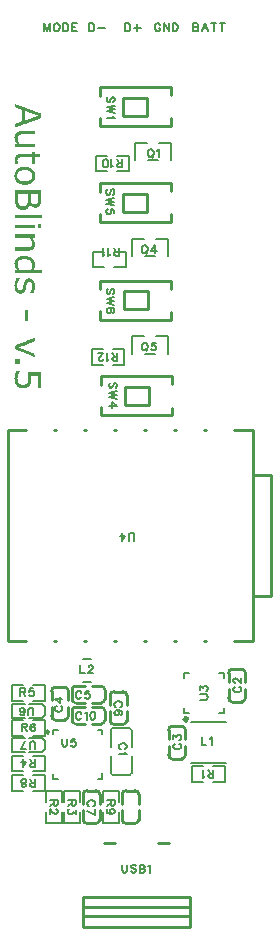
<source format=gto>
G04 Layer: TopSilkscreenLayer*
G04 EasyEDA Pro v2.2.38.8, 2025-05-13 16:51:06*
G04 Gerber Generator version 0.3*
G04 Scale: 100 percent, Rotated: No, Reflected: No*
G04 Dimensions in millimeters*
G04 Leading zeros omitted, absolute positions, 4 integers and 5 decimals*
%FSLAX45Y45*%
%MOMM*%
%ADD10C,0.1524*%
%ADD11C,0.254*%
%ADD12C,0.2*%
%ADD13C,0.3*%
%ADD14C,0.15001*%
%ADD15C,0.1512*%
%ADD16C,0.14986*%
G75*


G04 Text Start*
G54D10*
G01X4201448Y767291D02*
G01X4201448Y702267D01*
G01X4201448Y767291D02*
G01X4229388Y767291D01*
G01X4238532Y764243D01*
G01X4241580Y761195D01*
G01X4244882Y754845D01*
G01X4244882Y748749D01*
G01X4241580Y742653D01*
G01X4238532Y739605D01*
G01X4229388Y736303D01*
G01X4201448Y736303D02*
G01X4229388Y736303D01*
G01X4238532Y733255D01*
G01X4241580Y730207D01*
G01X4244882Y724111D01*
G01X4244882Y714713D01*
G01X4241580Y708617D01*
G01X4238532Y705315D01*
G01X4229388Y702267D01*
G01X4201448Y702267D01*
G01X4299746Y767291D02*
G01X4275108Y702267D01*
G01X4299746Y767291D02*
G01X4324638Y702267D01*
G01X4284252Y724111D02*
G01X4315240Y724111D01*
G01X4376454Y767291D02*
G01X4376454Y702267D01*
G01X4354864Y767291D02*
G01X4398044Y767291D01*
G01X4449860Y767291D02*
G01X4449860Y702267D01*
G01X4428270Y767291D02*
G01X4471450Y767291D01*
G01X4048760Y-5330698D02*
G01X4042410Y-5333746D01*
G01X4036314Y-5340096D01*
G01X4033266Y-5346192D01*
G01X4033266Y-5358638D01*
G01X4036314Y-5364734D01*
G01X4042410Y-5371084D01*
G01X4048760Y-5374132D01*
G01X4057904Y-5377180D01*
G01X4073398Y-5377180D01*
G01X4082796Y-5374132D01*
G01X4088892Y-5371084D01*
G01X4095242Y-5364734D01*
G01X4098290Y-5358638D01*
G01X4098290Y-5346192D01*
G01X4095242Y-5340096D01*
G01X4088892Y-5333746D01*
G01X4082796Y-5330698D01*
G01X4033266Y-5294376D02*
G01X4033266Y-5260340D01*
G01X4057904Y-5278882D01*
G01X4057904Y-5269738D01*
G01X4060952Y-5263388D01*
G01X4064254Y-5260340D01*
G01X4073398Y-5257292D01*
G01X4079748Y-5257292D01*
G01X4088892Y-5260340D01*
G01X4095242Y-5266436D01*
G01X4098290Y-5275834D01*
G01X4098290Y-5285232D01*
G01X4095242Y-5294376D01*
G01X4091940Y-5297424D01*
G01X4085844Y-5300472D01*
G01X3045460Y-5013198D02*
G01X3039110Y-5016246D01*
G01X3033014Y-5022596D01*
G01X3029966Y-5028692D01*
G01X3029966Y-5041138D01*
G01X3033014Y-5047234D01*
G01X3039110Y-5053584D01*
G01X3045460Y-5056632D01*
G01X3054604Y-5059680D01*
G01X3070098Y-5059680D01*
G01X3079496Y-5056632D01*
G01X3085592Y-5053584D01*
G01X3091942Y-5047234D01*
G01X3094990Y-5041138D01*
G01X3094990Y-5028692D01*
G01X3091942Y-5022596D01*
G01X3085592Y-5016246D01*
G01X3079496Y-5013198D01*
G01X3029966Y-4952238D02*
G01X3073146Y-4982972D01*
G01X3073146Y-4936744D01*
G01X3029966Y-4952238D02*
G01X3094990Y-4952238D01*
G01X3355340Y-5858002D02*
G01X3361690Y-5854954D01*
G01X3367786Y-5848604D01*
G01X3370834Y-5842508D01*
G01X3370834Y-5830062D01*
G01X3367786Y-5823966D01*
G01X3361690Y-5817616D01*
G01X3355340Y-5814568D01*
G01X3346196Y-5811520D01*
G01X3330702Y-5811520D01*
G01X3321304Y-5814568D01*
G01X3315208Y-5817616D01*
G01X3308858Y-5823966D01*
G01X3305810Y-5830062D01*
G01X3305810Y-5842508D01*
G01X3308858Y-5848604D01*
G01X3315208Y-5854954D01*
G01X3321304Y-5858002D01*
G01X3370834Y-5931408D02*
G01X3305810Y-5900420D01*
G01X3370834Y-5888228D02*
G01X3370834Y-5931408D01*
G01X3627120Y767334D02*
G01X3627120Y702310D01*
G01X3627120Y767334D02*
G01X3648710Y767334D01*
G01X3658108Y764286D01*
G01X3664204Y758190D01*
G01X3667252Y751840D01*
G01X3670554Y742696D01*
G01X3670554Y727202D01*
G01X3667252Y717804D01*
G01X3664204Y711708D01*
G01X3658108Y705358D01*
G01X3648710Y702310D01*
G01X3627120Y702310D01*
G01X3728466Y758190D02*
G01X3728466Y702310D01*
G01X3700780Y730250D02*
G01X3756406Y730250D01*
G01X3322320Y767334D02*
G01X3322320Y702310D01*
G01X3322320Y767334D02*
G01X3343910Y767334D01*
G01X3353308Y764286D01*
G01X3359404Y758190D01*
G01X3362452Y751840D01*
G01X3365754Y742696D01*
G01X3365754Y727202D01*
G01X3362452Y717804D01*
G01X3359404Y711708D01*
G01X3353308Y705358D01*
G01X3343910Y702310D01*
G01X3322320Y702310D01*
G01X3395980Y730250D02*
G01X3451606Y730250D01*
G01X3924737Y751797D02*
G01X3921689Y758147D01*
G01X3915339Y764243D01*
G01X3909243Y767291D01*
G01X3896797Y767291D01*
G01X3890701Y764243D01*
G01X3884351Y758147D01*
G01X3881303Y751797D01*
G01X3878255Y742653D01*
G01X3878255Y727159D01*
G01X3881303Y717761D01*
G01X3884351Y711665D01*
G01X3890701Y705315D01*
G01X3896797Y702267D01*
G01X3909243Y702267D01*
G01X3915339Y705315D01*
G01X3921689Y711665D01*
G01X3924737Y717761D01*
G01X3924737Y727159D01*
G01X3909243Y727159D02*
G01X3924737Y727159D01*
G01X3954963Y767291D02*
G01X3954963Y702267D01*
G01X3954963Y767291D02*
G01X3998143Y702267D01*
G01X3998143Y767291D02*
G01X3998143Y702267D01*
G01X4028369Y767291D02*
G01X4028369Y702267D01*
G01X4028369Y767291D02*
G01X4049959Y767291D01*
G01X4059103Y764243D01*
G01X4065453Y758147D01*
G01X4068501Y751797D01*
G01X4071549Y742653D01*
G01X4071549Y727159D01*
G01X4068501Y717761D01*
G01X4065453Y711665D01*
G01X4059103Y705315D01*
G01X4049959Y702267D01*
G01X4028369Y702267D01*
G01X2941320Y767334D02*
G01X2941320Y702310D01*
G01X2941320Y767334D02*
G01X2966212Y702310D01*
G01X2990850Y767334D02*
G01X2966212Y702310D01*
G01X2990850Y767334D02*
G01X2990850Y702310D01*
G01X3039618Y767334D02*
G01X3033268Y764286D01*
G01X3027172Y758190D01*
G01X3024124Y751840D01*
G01X3021076Y742696D01*
G01X3021076Y727202D01*
G01X3024124Y717804D01*
G01X3027172Y711708D01*
G01X3033268Y705358D01*
G01X3039618Y702310D01*
G01X3051810Y702310D01*
G01X3058160Y705358D01*
G01X3064256Y711708D01*
G01X3067304Y717804D01*
G01X3070606Y727202D01*
G01X3070606Y742696D01*
G01X3067304Y751840D01*
G01X3064256Y758190D01*
G01X3058160Y764286D01*
G01X3051810Y767334D01*
G01X3039618Y767334D01*
G01X3100832Y767334D02*
G01X3100832Y702310D01*
G01X3100832Y767334D02*
G01X3122422Y767334D01*
G01X3131566Y764286D01*
G01X3137916Y758190D01*
G01X3140964Y751840D01*
G01X3144012Y742696D01*
G01X3144012Y727202D01*
G01X3140964Y717804D01*
G01X3137916Y711708D01*
G01X3131566Y705358D01*
G01X3122422Y702310D01*
G01X3100832Y702310D01*
G01X3174238Y767334D02*
G01X3174238Y702310D01*
G01X3174238Y767334D02*
G01X3214370Y767334D01*
G01X3174238Y736346D02*
G01X3198876Y736346D01*
G01X3174238Y702310D02*
G01X3214370Y702310D01*
G01X3836162Y-299466D02*
G01X3830066Y-302514D01*
G01X3823716Y-308610D01*
G01X3820668Y-314960D01*
G01X3817620Y-324104D01*
G01X3817620Y-339598D01*
G01X3820668Y-348996D01*
G01X3823716Y-355092D01*
G01X3830066Y-361442D01*
G01X3836162Y-364490D01*
G01X3848608Y-364490D01*
G01X3854704Y-361442D01*
G01X3861054Y-355092D01*
G01X3864102Y-348996D01*
G01X3867150Y-339598D01*
G01X3867150Y-324104D01*
G01X3864102Y-314960D01*
G01X3861054Y-308610D01*
G01X3854704Y-302514D01*
G01X3848608Y-299466D01*
G01X3836162Y-299466D01*
G01X3845560Y-352044D02*
G01X3864102Y-370586D01*
G01X3897376Y-311912D02*
G01X3903472Y-308610D01*
G01X3912616Y-299466D01*
G01X3912616Y-364490D01*
G01X3784600Y-1113028D02*
G01X3778504Y-1116076D01*
G01X3772154Y-1122172D01*
G01X3769106Y-1128522D01*
G01X3766058Y-1137666D01*
G01X3766058Y-1153160D01*
G01X3769106Y-1162558D01*
G01X3772154Y-1168654D01*
G01X3778504Y-1175004D01*
G01X3784600Y-1178052D01*
G01X3797046Y-1178052D01*
G01X3803142Y-1175004D01*
G01X3809492Y-1168654D01*
G01X3812540Y-1162558D01*
G01X3815588Y-1153160D01*
G01X3815588Y-1137666D01*
G01X3812540Y-1128522D01*
G01X3809492Y-1122172D01*
G01X3803142Y-1116076D01*
G01X3797046Y-1113028D01*
G01X3784600Y-1113028D01*
G01X3793998Y-1165606D02*
G01X3812540Y-1184148D01*
G01X3876548Y-1113028D02*
G01X3845814Y-1156208D01*
G01X3892042Y-1156208D01*
G01X3876548Y-1113028D02*
G01X3876548Y-1178052D01*
G01X3786124Y-1937004D02*
G01X3780028Y-1940052D01*
G01X3773678Y-1946148D01*
G01X3770630Y-1952498D01*
G01X3767582Y-1961642D01*
G01X3767582Y-1977136D01*
G01X3770630Y-1986534D01*
G01X3773678Y-1992630D01*
G01X3780028Y-1998980D01*
G01X3786124Y-2002028D01*
G01X3798570Y-2002028D01*
G01X3804666Y-1998980D01*
G01X3811016Y-1992630D01*
G01X3814064Y-1986534D01*
G01X3817112Y-1977136D01*
G01X3817112Y-1961642D01*
G01X3814064Y-1952498D01*
G01X3811016Y-1946148D01*
G01X3804666Y-1940052D01*
G01X3798570Y-1937004D01*
G01X3786124Y-1937004D01*
G01X3795522Y-1989582D02*
G01X3814064Y-2008124D01*
G01X3884422Y-1937004D02*
G01X3853434Y-1937004D01*
G01X3850386Y-1964690D01*
G01X3853434Y-1961642D01*
G01X3862578Y-1958594D01*
G01X3871976Y-1958594D01*
G01X3881374Y-1961642D01*
G01X3887470Y-1967992D01*
G01X3890518Y-1977136D01*
G01X3890518Y-1983486D01*
G01X3887470Y-1992630D01*
G01X3881374Y-1998980D01*
G01X3871976Y-2002028D01*
G01X3862578Y-2002028D01*
G01X3853434Y-1998980D01*
G01X3850386Y-1995678D01*
G01X3847338Y-1989582D01*
G01X4373880Y-5618734D02*
G01X4373880Y-5553710D01*
G01X4373880Y-5618734D02*
G01X4345940Y-5618734D01*
G01X4336796Y-5615686D01*
G01X4333748Y-5612638D01*
G01X4330446Y-5606288D01*
G01X4330446Y-5600192D01*
G01X4333748Y-5594096D01*
G01X4336796Y-5591048D01*
G01X4345940Y-5587746D01*
G01X4373880Y-5587746D01*
G01X4352290Y-5587746D02*
G01X4330446Y-5553710D01*
G01X4300220Y-5606288D02*
G01X4294124Y-5609590D01*
G01X4284980Y-5618734D01*
G01X4284980Y-5553710D01*
G01X2738120Y-4863739D02*
G01X2738120Y-4928763D01*
G01X2738120Y-4863739D02*
G01X2766060Y-4863739D01*
G01X2775204Y-4866787D01*
G01X2778252Y-4869835D01*
G01X2781554Y-4876185D01*
G01X2781554Y-4882281D01*
G01X2778252Y-4888377D01*
G01X2775204Y-4891425D01*
G01X2766060Y-4894727D01*
G01X2738120Y-4894727D01*
G01X2759710Y-4894727D02*
G01X2781554Y-4928763D01*
G01X2848864Y-4863739D02*
G01X2817876Y-4863739D01*
G01X2814828Y-4891425D01*
G01X2817876Y-4888377D01*
G01X2827020Y-4885329D01*
G01X2836418Y-4885329D01*
G01X2845816Y-4888377D01*
G01X2851912Y-4894727D01*
G01X2854960Y-4903871D01*
G01X2854960Y-4910221D01*
G01X2851912Y-4919365D01*
G01X2845816Y-4925715D01*
G01X2836418Y-4928763D01*
G01X2827020Y-4928763D01*
G01X2817876Y-4925715D01*
G01X2814828Y-4922413D01*
G01X2811780Y-4916317D01*
G01X2750820Y-5160813D02*
G01X2750820Y-5225837D01*
G01X2750820Y-5160813D02*
G01X2778760Y-5160813D01*
G01X2787904Y-5163861D01*
G01X2790952Y-5166909D01*
G01X2794254Y-5173259D01*
G01X2794254Y-5179355D01*
G01X2790952Y-5185451D01*
G01X2787904Y-5188499D01*
G01X2778760Y-5191801D01*
G01X2750820Y-5191801D01*
G01X2772410Y-5191801D02*
G01X2794254Y-5225837D01*
G01X2861564Y-5169957D02*
G01X2858516Y-5163861D01*
G01X2849118Y-5160813D01*
G01X2843022Y-5160813D01*
G01X2833624Y-5163861D01*
G01X2827528Y-5173259D01*
G01X2824480Y-5188499D01*
G01X2824480Y-5203993D01*
G01X2827528Y-5216439D01*
G01X2833624Y-5222789D01*
G01X2843022Y-5225837D01*
G01X2846070Y-5225837D01*
G01X2855214Y-5222789D01*
G01X2861564Y-5216439D01*
G01X2864612Y-5207295D01*
G01X2864612Y-5203993D01*
G01X2861564Y-5194849D01*
G01X2855214Y-5188499D01*
G01X2846070Y-5185451D01*
G01X2843022Y-5185451D01*
G01X2833624Y-5188499D01*
G01X2827528Y-5194849D01*
G01X2824480Y-5203993D01*
G01X3599180Y-449834D02*
G01X3599180Y-384810D01*
G01X3599180Y-449834D02*
G01X3571240Y-449834D01*
G01X3562096Y-446786D01*
G01X3559048Y-443738D01*
G01X3555746Y-437388D01*
G01X3555746Y-431292D01*
G01X3559048Y-425196D01*
G01X3562096Y-422148D01*
G01X3571240Y-418846D01*
G01X3599180Y-418846D01*
G01X3577590Y-418846D02*
G01X3555746Y-384810D01*
G01X3525520Y-437388D02*
G01X3519424Y-440690D01*
G01X3510280Y-449834D01*
G01X3510280Y-384810D01*
G01X3461512Y-449834D02*
G01X3470910Y-446786D01*
G01X3477006Y-437388D01*
G01X3480054Y-422148D01*
G01X3480054Y-412750D01*
G01X3477006Y-397256D01*
G01X3470910Y-387858D01*
G01X3461512Y-384810D01*
G01X3455416Y-384810D01*
G01X3446018Y-387858D01*
G01X3439922Y-397256D01*
G01X3436874Y-412750D01*
G01X3436874Y-422148D01*
G01X3439922Y-437388D01*
G01X3446018Y-446786D01*
G01X3455416Y-449834D01*
G01X3461512Y-449834D01*
G01X3573780Y-1199134D02*
G01X3573780Y-1134110D01*
G01X3573780Y-1199134D02*
G01X3545840Y-1199134D01*
G01X3536696Y-1196086D01*
G01X3533648Y-1193038D01*
G01X3530346Y-1186688D01*
G01X3530346Y-1180592D01*
G01X3533648Y-1174496D01*
G01X3536696Y-1171448D01*
G01X3545840Y-1168146D01*
G01X3573780Y-1168146D01*
G01X3552190Y-1168146D02*
G01X3530346Y-1134110D01*
G01X3500120Y-1186688D02*
G01X3494024Y-1189990D01*
G01X3484880Y-1199134D01*
G01X3484880Y-1134110D01*
G01X3454654Y-1186688D02*
G01X3448558Y-1189990D01*
G01X3439414Y-1199134D01*
G01X3439414Y-1134110D01*
G01X3561080Y-2088134D02*
G01X3561080Y-2023110D01*
G01X3561080Y-2088134D02*
G01X3533140Y-2088134D01*
G01X3523996Y-2085086D01*
G01X3520948Y-2082038D01*
G01X3517646Y-2075688D01*
G01X3517646Y-2069592D01*
G01X3520948Y-2063496D01*
G01X3523996Y-2060448D01*
G01X3533140Y-2057146D01*
G01X3561080Y-2057146D01*
G01X3539490Y-2057146D02*
G01X3517646Y-2023110D01*
G01X3487420Y-2075688D02*
G01X3481324Y-2078990D01*
G01X3472180Y-2088134D01*
G01X3472180Y-2023110D01*
G01X3438906Y-2072640D02*
G01X3438906Y-2075688D01*
G01X3435858Y-2082038D01*
G01X3432810Y-2085086D01*
G01X3426714Y-2088134D01*
G01X3414268Y-2088134D01*
G01X3407918Y-2085086D01*
G01X3404870Y-2082038D01*
G01X3401822Y-2075688D01*
G01X3401822Y-2069592D01*
G01X3404870Y-2063496D01*
G01X3411220Y-2054098D01*
G01X3441954Y-2023110D01*
G01X3398774Y-2023110D01*
G01X3526790Y101346D02*
G01X3532886Y107696D01*
G01X3535934Y116840D01*
G01X3535934Y129286D01*
G01X3532886Y138684D01*
G01X3526790Y144780D01*
G01X3520440Y144780D01*
G01X3514344Y141732D01*
G01X3511296Y138684D01*
G01X3508248Y132334D01*
G01X3501898Y113792D01*
G01X3498850Y107696D01*
G01X3495802Y104648D01*
G01X3489452Y101346D01*
G01X3480308Y101346D01*
G01X3473958Y107696D01*
G01X3470910Y116840D01*
G01X3470910Y129286D01*
G01X3473958Y138684D01*
G01X3480308Y144780D01*
G01X3535934Y71120D02*
G01X3470910Y55880D01*
G01X3535934Y40386D02*
G01X3470910Y55880D01*
G01X3535934Y40386D02*
G01X3470910Y24892D01*
G01X3535934Y9398D02*
G01X3470910Y24892D01*
G01X3523488Y-20828D02*
G01X3526790Y-26924D01*
G01X3535934Y-36068D01*
G01X3470910Y-36068D01*
G01X3546602Y-2318766D02*
G01X3552698Y-2312416D01*
G01X3555746Y-2303272D01*
G01X3555746Y-2290826D01*
G01X3552698Y-2281428D01*
G01X3546602Y-2275332D01*
G01X3540252Y-2275332D01*
G01X3534156Y-2278380D01*
G01X3531108Y-2281428D01*
G01X3528060Y-2287778D01*
G01X3521710Y-2306320D01*
G01X3518662Y-2312416D01*
G01X3515614Y-2315464D01*
G01X3509264Y-2318766D01*
G01X3500120Y-2318766D01*
G01X3493770Y-2312416D01*
G01X3490722Y-2303272D01*
G01X3490722Y-2290826D01*
G01X3493770Y-2281428D01*
G01X3500120Y-2275332D01*
G01X3555746Y-2348992D02*
G01X3490722Y-2364232D01*
G01X3555746Y-2379726D02*
G01X3490722Y-2364232D01*
G01X3555746Y-2379726D02*
G01X3490722Y-2395220D01*
G01X3555746Y-2410714D02*
G01X3490722Y-2395220D01*
G01X3555746Y-2471674D02*
G01X3512566Y-2440940D01*
G01X3512566Y-2487168D01*
G01X3555746Y-2471674D02*
G01X3490722Y-2471674D01*
G01X3522726Y-681990D02*
G01X3528822Y-675640D01*
G01X3531870Y-666496D01*
G01X3531870Y-654050D01*
G01X3528822Y-644652D01*
G01X3522726Y-638556D01*
G01X3516376Y-638556D01*
G01X3510280Y-641604D01*
G01X3507232Y-644652D01*
G01X3504184Y-651002D01*
G01X3497834Y-669544D01*
G01X3494786Y-675640D01*
G01X3491738Y-678688D01*
G01X3485388Y-681990D01*
G01X3476244Y-681990D01*
G01X3469894Y-675640D01*
G01X3466846Y-666496D01*
G01X3466846Y-654050D01*
G01X3469894Y-644652D01*
G01X3476244Y-638556D01*
G01X3531870Y-712216D02*
G01X3466846Y-727456D01*
G01X3531870Y-742950D02*
G01X3466846Y-727456D01*
G01X3531870Y-742950D02*
G01X3466846Y-758444D01*
G01X3531870Y-773938D02*
G01X3466846Y-758444D01*
G01X3531870Y-841248D02*
G01X3531870Y-810260D01*
G01X3504184Y-807212D01*
G01X3507232Y-810260D01*
G01X3510280Y-819404D01*
G01X3510280Y-828802D01*
G01X3507232Y-838200D01*
G01X3500882Y-844296D01*
G01X3491738Y-847344D01*
G01X3485388Y-847344D01*
G01X3476244Y-844296D01*
G01X3469894Y-838200D01*
G01X3466846Y-828802D01*
G01X3466846Y-819404D01*
G01X3469894Y-810260D01*
G01X3473196Y-807212D01*
G01X3479292Y-804164D01*
G01X3524250Y-1521714D02*
G01X3530346Y-1515364D01*
G01X3533394Y-1506220D01*
G01X3533394Y-1493774D01*
G01X3530346Y-1484376D01*
G01X3524250Y-1478280D01*
G01X3517900Y-1478280D01*
G01X3511804Y-1481328D01*
G01X3508756Y-1484376D01*
G01X3505708Y-1490726D01*
G01X3499358Y-1509268D01*
G01X3496310Y-1515364D01*
G01X3493262Y-1518412D01*
G01X3486912Y-1521714D01*
G01X3477768Y-1521714D01*
G01X3471418Y-1515364D01*
G01X3468370Y-1506220D01*
G01X3468370Y-1493774D01*
G01X3471418Y-1484376D01*
G01X3477768Y-1478280D01*
G01X3533394Y-1551940D02*
G01X3468370Y-1567180D01*
G01X3533394Y-1582674D02*
G01X3468370Y-1567180D01*
G01X3533394Y-1582674D02*
G01X3468370Y-1598168D01*
G01X3533394Y-1613662D02*
G01X3468370Y-1598168D01*
G01X3524250Y-1680972D02*
G01X3530346Y-1677924D01*
G01X3533394Y-1668526D01*
G01X3533394Y-1662430D01*
G01X3530346Y-1653032D01*
G01X3520948Y-1646936D01*
G01X3505708Y-1643888D01*
G01X3490214Y-1643888D01*
G01X3477768Y-1646936D01*
G01X3471418Y-1653032D01*
G01X3468370Y-1662430D01*
G01X3468370Y-1665478D01*
G01X3471418Y-1674622D01*
G01X3477768Y-1680972D01*
G01X3486912Y-1684020D01*
G01X3490214Y-1684020D01*
G01X3499358Y-1680972D01*
G01X3505708Y-1674622D01*
G01X3508756Y-1665478D01*
G01X3508756Y-1662430D01*
G01X3505708Y-1653032D01*
G01X3499358Y-1646936D01*
G01X3490214Y-1643888D01*
G01X2849880Y-5090307D02*
G01X2849880Y-5043825D01*
G01X2846832Y-5034681D01*
G01X2840482Y-5028331D01*
G01X2831338Y-5025283D01*
G01X2824988Y-5025283D01*
G01X2815844Y-5028331D01*
G01X2809748Y-5034681D01*
G01X2806446Y-5043825D01*
G01X2806446Y-5090307D01*
G01X2739136Y-5081163D02*
G01X2742184Y-5087259D01*
G01X2751582Y-5090307D01*
G01X2757678Y-5090307D01*
G01X2767076Y-5087259D01*
G01X2773172Y-5077861D01*
G01X2776220Y-5062621D01*
G01X2776220Y-5047127D01*
G01X2773172Y-5034681D01*
G01X2767076Y-5028331D01*
G01X2757678Y-5025283D01*
G01X2754630Y-5025283D01*
G01X2745486Y-5028331D01*
G01X2739136Y-5034681D01*
G01X2736088Y-5043825D01*
G01X2736088Y-5047127D01*
G01X2739136Y-5056271D01*
G01X2745486Y-5062621D01*
G01X2754630Y-5065669D01*
G01X2757678Y-5065669D01*
G01X2767076Y-5062621D01*
G01X2773172Y-5056271D01*
G01X2776220Y-5047127D01*
G01X2862580Y-5377434D02*
G01X2862580Y-5330952D01*
G01X2859532Y-5321808D01*
G01X2853182Y-5315458D01*
G01X2844038Y-5312410D01*
G01X2837688Y-5312410D01*
G01X2828544Y-5315458D01*
G01X2822448Y-5321808D01*
G01X2819146Y-5330952D01*
G01X2819146Y-5377434D01*
G01X2745740Y-5377434D02*
G01X2776728Y-5312410D01*
G01X2788920Y-5377434D02*
G01X2745740Y-5377434D01*
G01X3246120Y-4668266D02*
G01X3246120Y-4733290D01*
G01X3246120Y-4733290D02*
G01X3283204Y-4733290D01*
G01X3316478Y-4683760D02*
G01X3316478Y-4680712D01*
G01X3319526Y-4674362D01*
G01X3322574Y-4671314D01*
G01X3328670Y-4668266D01*
G01X3341116Y-4668266D01*
G01X3347466Y-4671314D01*
G01X3350514Y-4674362D01*
G01X3353562Y-4680712D01*
G01X3353562Y-4686808D01*
G01X3350514Y-4692904D01*
G01X3344164Y-4702302D01*
G01X3313430Y-4733290D01*
G01X3356610Y-4733290D01*
G01X4556760Y-4848098D02*
G01X4550410Y-4851146D01*
G01X4544314Y-4857496D01*
G01X4541266Y-4863592D01*
G01X4541266Y-4876038D01*
G01X4544314Y-4882134D01*
G01X4550410Y-4888484D01*
G01X4556760Y-4891532D01*
G01X4565904Y-4894580D01*
G01X4581398Y-4894580D01*
G01X4590796Y-4891532D01*
G01X4596892Y-4888484D01*
G01X4603242Y-4882134D01*
G01X4606290Y-4876038D01*
G01X4606290Y-4863592D01*
G01X4603242Y-4857496D01*
G01X4596892Y-4851146D01*
G01X4590796Y-4848098D01*
G01X4556760Y-4814824D02*
G01X4553712Y-4814824D01*
G01X4547362Y-4811776D01*
G01X4544314Y-4808728D01*
G01X4541266Y-4802632D01*
G01X4541266Y-4790186D01*
G01X4544314Y-4783836D01*
G01X4547362Y-4780788D01*
G01X4553712Y-4777740D01*
G01X4559808Y-4777740D01*
G01X4565904Y-4780788D01*
G01X4575302Y-4787138D01*
G01X4606290Y-4817872D01*
G01X4606290Y-4774692D01*
G01X3254502Y-4899660D02*
G01X3251454Y-4893310D01*
G01X3245104Y-4887214D01*
G01X3239008Y-4884166D01*
G01X3226562Y-4884166D01*
G01X3220466Y-4887214D01*
G01X3214116Y-4893310D01*
G01X3211068Y-4899660D01*
G01X3208020Y-4908804D01*
G01X3208020Y-4924298D01*
G01X3211068Y-4933696D01*
G01X3214116Y-4939792D01*
G01X3220466Y-4946142D01*
G01X3226562Y-4949190D01*
G01X3239008Y-4949190D01*
G01X3245104Y-4946142D01*
G01X3251454Y-4939792D01*
G01X3254502Y-4933696D01*
G01X3321812Y-4884166D02*
G01X3290824Y-4884166D01*
G01X3287776Y-4911852D01*
G01X3290824Y-4908804D01*
G01X3299968Y-4905756D01*
G01X3309366Y-4905756D01*
G01X3318764Y-4908804D01*
G01X3324860Y-4915154D01*
G01X3327908Y-4924298D01*
G01X3327908Y-4930648D01*
G01X3324860Y-4939792D01*
G01X3318764Y-4946142D01*
G01X3309366Y-4949190D01*
G01X3299968Y-4949190D01*
G01X3290824Y-4946142D01*
G01X3287776Y-4942840D01*
G01X3284728Y-4936744D01*
G01X3583940Y-5019802D02*
G01X3590290Y-5016754D01*
G01X3596386Y-5010404D01*
G01X3599434Y-5004308D01*
G01X3599434Y-4991862D01*
G01X3596386Y-4985766D01*
G01X3590290Y-4979416D01*
G01X3583940Y-4976368D01*
G01X3574796Y-4973320D01*
G01X3559302Y-4973320D01*
G01X3549904Y-4976368D01*
G01X3543808Y-4979416D01*
G01X3537458Y-4985766D01*
G01X3534410Y-4991862D01*
G01X3534410Y-5004308D01*
G01X3537458Y-5010404D01*
G01X3543808Y-5016754D01*
G01X3549904Y-5019802D01*
G01X3590290Y-5087112D02*
G01X3596386Y-5084064D01*
G01X3599434Y-5074666D01*
G01X3599434Y-5068570D01*
G01X3596386Y-5059172D01*
G01X3586988Y-5053076D01*
G01X3571748Y-5050028D01*
G01X3556254Y-5050028D01*
G01X3543808Y-5053076D01*
G01X3537458Y-5059172D01*
G01X3534410Y-5068570D01*
G01X3534410Y-5071618D01*
G01X3537458Y-5080762D01*
G01X3543808Y-5087112D01*
G01X3552952Y-5090160D01*
G01X3556254Y-5090160D01*
G01X3565398Y-5087112D01*
G01X3571748Y-5080762D01*
G01X3574796Y-5071618D01*
G01X3574796Y-5068570D01*
G01X3571748Y-5059172D01*
G01X3565398Y-5053076D01*
G01X3556254Y-5050028D01*
G01X3254502Y-5077460D02*
G01X3251454Y-5071110D01*
G01X3245104Y-5065014D01*
G01X3239008Y-5061966D01*
G01X3226562Y-5061966D01*
G01X3220466Y-5065014D01*
G01X3214116Y-5071110D01*
G01X3211068Y-5077460D01*
G01X3208020Y-5086604D01*
G01X3208020Y-5102098D01*
G01X3211068Y-5111496D01*
G01X3214116Y-5117592D01*
G01X3220466Y-5123942D01*
G01X3226562Y-5126990D01*
G01X3239008Y-5126990D01*
G01X3245104Y-5123942D01*
G01X3251454Y-5117592D01*
G01X3254502Y-5111496D01*
G01X3284728Y-5074412D02*
G01X3290824Y-5071110D01*
G01X3299968Y-5061966D01*
G01X3299968Y-5126990D01*
G01X3348736Y-5061966D02*
G01X3339338Y-5065014D01*
G01X3333242Y-5074412D01*
G01X3330194Y-5089652D01*
G01X3330194Y-5099050D01*
G01X3333242Y-5114544D01*
G01X3339338Y-5123942D01*
G01X3348736Y-5126990D01*
G01X3354832Y-5126990D01*
G01X3364230Y-5123942D01*
G01X3370326Y-5114544D01*
G01X3373374Y-5099050D01*
G01X3373374Y-5089652D01*
G01X3370326Y-5074412D01*
G01X3364230Y-5065014D01*
G01X3354832Y-5061966D01*
G01X3348736Y-5061966D01*
G01X3053334Y-5811520D02*
G01X2988310Y-5811520D01*
G01X3053334Y-5811520D02*
G01X3053334Y-5839460D01*
G01X3050286Y-5848604D01*
G01X3047238Y-5851652D01*
G01X3040888Y-5854954D01*
G01X3034792Y-5854954D01*
G01X3028696Y-5851652D01*
G01X3025648Y-5848604D01*
G01X3022346Y-5839460D01*
G01X3022346Y-5811520D01*
G01X3022346Y-5833110D02*
G01X2988310Y-5854954D01*
G01X3037840Y-5888228D02*
G01X3040888Y-5888228D01*
G01X3047238Y-5891276D01*
G01X3050286Y-5894324D01*
G01X3053334Y-5900420D01*
G01X3053334Y-5912866D01*
G01X3050286Y-5919216D01*
G01X3047238Y-5922264D01*
G01X3040888Y-5925312D01*
G01X3034792Y-5925312D01*
G01X3028696Y-5922264D01*
G01X3019298Y-5915914D01*
G01X2988310Y-5885180D01*
G01X2988310Y-5928360D01*
G01X3205734Y-5811520D02*
G01X3140710Y-5811520D01*
G01X3205734Y-5811520D02*
G01X3205734Y-5839460D01*
G01X3202686Y-5848604D01*
G01X3199638Y-5851652D01*
G01X3193288Y-5854954D01*
G01X3187192Y-5854954D01*
G01X3181096Y-5851652D01*
G01X3178048Y-5848604D01*
G01X3174746Y-5839460D01*
G01X3174746Y-5811520D01*
G01X3174746Y-5833110D02*
G01X3140710Y-5854954D01*
G01X3205734Y-5891276D02*
G01X3205734Y-5925312D01*
G01X3181096Y-5906770D01*
G01X3181096Y-5915914D01*
G01X3178048Y-5922264D01*
G01X3174746Y-5925312D01*
G01X3165602Y-5928360D01*
G01X3159252Y-5928360D01*
G01X3150108Y-5925312D01*
G01X3143758Y-5919216D01*
G01X3140710Y-5909818D01*
G01X3140710Y-5900420D01*
G01X3143758Y-5891276D01*
G01X3147060Y-5888228D01*
G01X3153156Y-5885180D01*
G01X2862580Y-5529834D02*
G01X2862580Y-5464810D01*
G01X2862580Y-5529834D02*
G01X2834640Y-5529834D01*
G01X2825496Y-5526786D01*
G01X2822448Y-5523738D01*
G01X2819146Y-5517388D01*
G01X2819146Y-5511292D01*
G01X2822448Y-5505196D01*
G01X2825496Y-5502148D01*
G01X2834640Y-5498846D01*
G01X2862580Y-5498846D01*
G01X2840990Y-5498846D02*
G01X2819146Y-5464810D01*
G01X2758186Y-5529834D02*
G01X2788920Y-5486654D01*
G01X2742692Y-5486654D01*
G01X2758186Y-5529834D02*
G01X2758186Y-5464810D01*
G01X2862580Y-5694934D02*
G01X2862580Y-5629910D01*
G01X2862580Y-5694934D02*
G01X2834640Y-5694934D01*
G01X2825496Y-5691886D01*
G01X2822448Y-5688838D01*
G01X2819146Y-5682488D01*
G01X2819146Y-5676392D01*
G01X2822448Y-5670296D01*
G01X2825496Y-5667248D01*
G01X2834640Y-5663946D01*
G01X2862580Y-5663946D01*
G01X2840990Y-5663946D02*
G01X2819146Y-5629910D01*
G01X2773680Y-5694934D02*
G01X2782824Y-5691886D01*
G01X2785872Y-5685790D01*
G01X2785872Y-5679440D01*
G01X2782824Y-5673344D01*
G01X2776728Y-5670296D01*
G01X2764282Y-5667248D01*
G01X2754884Y-5663946D01*
G01X2748788Y-5657850D01*
G01X2745740Y-5651754D01*
G01X2745740Y-5642356D01*
G01X2748788Y-5636260D01*
G01X2751836Y-5632958D01*
G01X2761234Y-5629910D01*
G01X2773680Y-5629910D01*
G01X2782824Y-5632958D01*
G01X2785872Y-5636260D01*
G01X2788920Y-5642356D01*
G01X2788920Y-5651754D01*
G01X2785872Y-5657850D01*
G01X2779776Y-5663946D01*
G01X2770378Y-5667248D01*
G01X2758186Y-5670296D01*
G01X2751836Y-5673344D01*
G01X2748788Y-5679440D01*
G01X2748788Y-5685790D01*
G01X2751836Y-5691886D01*
G01X2761234Y-5694934D01*
G01X2773680Y-5694934D01*
G01X3535934Y-5811520D02*
G01X3470910Y-5811520D01*
G01X3535934Y-5811520D02*
G01X3535934Y-5839460D01*
G01X3532886Y-5848604D01*
G01X3529838Y-5851652D01*
G01X3523488Y-5854954D01*
G01X3517392Y-5854954D01*
G01X3511296Y-5851652D01*
G01X3508248Y-5848604D01*
G01X3504946Y-5839460D01*
G01X3504946Y-5811520D01*
G01X3504946Y-5833110D02*
G01X3470910Y-5854954D01*
G01X3514344Y-5925312D02*
G01X3504946Y-5922264D01*
G01X3498850Y-5915914D01*
G01X3495802Y-5906770D01*
G01X3495802Y-5903722D01*
G01X3498850Y-5894324D01*
G01X3504946Y-5888228D01*
G01X3514344Y-5885180D01*
G01X3517392Y-5885180D01*
G01X3526790Y-5888228D01*
G01X3532886Y-5894324D01*
G01X3535934Y-5903722D01*
G01X3535934Y-5906770D01*
G01X3532886Y-5915914D01*
G01X3526790Y-5922264D01*
G01X3514344Y-5925312D01*
G01X3498850Y-5925312D01*
G01X3483356Y-5922264D01*
G01X3473958Y-5915914D01*
G01X3470910Y-5906770D01*
G01X3470910Y-5900420D01*
G01X3473958Y-5891276D01*
G01X3480308Y-5888228D01*
G01X4274820Y-5277866D02*
G01X4274820Y-5342890D01*
G01X4274820Y-5342890D02*
G01X4311904Y-5342890D01*
G01X4342130Y-5290312D02*
G01X4348226Y-5287010D01*
G01X4357370Y-5277866D01*
G01X4357370Y-5342890D01*
G01X3093720Y-5290566D02*
G01X3093720Y-5337048D01*
G01X3096768Y-5346192D01*
G01X3103118Y-5352542D01*
G01X3112262Y-5355590D01*
G01X3118612Y-5355590D01*
G01X3127756Y-5352542D01*
G01X3133852Y-5346192D01*
G01X3137154Y-5337048D01*
G01X3137154Y-5290566D01*
G01X3204464Y-5290566D02*
G01X3173476Y-5290566D01*
G01X3170428Y-5318252D01*
G01X3173476Y-5315204D01*
G01X3182620Y-5312156D01*
G01X3192018Y-5312156D01*
G01X3201416Y-5315204D01*
G01X3207512Y-5321554D01*
G01X3210560Y-5330698D01*
G01X3210560Y-5337048D01*
G01X3207512Y-5346192D01*
G01X3201416Y-5352542D01*
G01X3192018Y-5355590D01*
G01X3182620Y-5355590D01*
G01X3173476Y-5352542D01*
G01X3170428Y-5349240D01*
G01X3167380Y-5343144D01*
G01X4261169Y-4958528D02*
G01X4307651Y-4958528D01*
G01X4316795Y-4955480D01*
G01X4323145Y-4949130D01*
G01X4326193Y-4939986D01*
G01X4326193Y-4933636D01*
G01X4323145Y-4924492D01*
G01X4316795Y-4918396D01*
G01X4307651Y-4915094D01*
G01X4261169Y-4915094D01*
G01X4261169Y-4878772D02*
G01X4261169Y-4844736D01*
G01X4285807Y-4863278D01*
G01X4285807Y-4854134D01*
G01X4288855Y-4847784D01*
G01X4292157Y-4844736D01*
G01X4301301Y-4841688D01*
G01X4307651Y-4841688D01*
G01X4316795Y-4844736D01*
G01X4323145Y-4850832D01*
G01X4326193Y-4860230D01*
G01X4326193Y-4869628D01*
G01X4323145Y-4878772D01*
G01X4319843Y-4881820D01*
G01X4313747Y-4884868D01*
G01X3601720Y-6357366D02*
G01X3601720Y-6403848D01*
G01X3604768Y-6412992D01*
G01X3611118Y-6419342D01*
G01X3620262Y-6422390D01*
G01X3626612Y-6422390D01*
G01X3635756Y-6419342D01*
G01X3641852Y-6412992D01*
G01X3645154Y-6403848D01*
G01X3645154Y-6357366D01*
G01X3718560Y-6366510D02*
G01X3712464Y-6360414D01*
G01X3703066Y-6357366D01*
G01X3690620Y-6357366D01*
G01X3681476Y-6360414D01*
G01X3675380Y-6366510D01*
G01X3675380Y-6372860D01*
G01X3678428Y-6378956D01*
G01X3681476Y-6382004D01*
G01X3687572Y-6385052D01*
G01X3706114Y-6391402D01*
G01X3712464Y-6394450D01*
G01X3715512Y-6397498D01*
G01X3718560Y-6403848D01*
G01X3718560Y-6412992D01*
G01X3712464Y-6419342D01*
G01X3703066Y-6422390D01*
G01X3690620Y-6422390D01*
G01X3681476Y-6419342D01*
G01X3675380Y-6412992D01*
G01X3748786Y-6357366D02*
G01X3748786Y-6422390D01*
G01X3748786Y-6357366D02*
G01X3776472Y-6357366D01*
G01X3785870Y-6360414D01*
G01X3788918Y-6363462D01*
G01X3791966Y-6369812D01*
G01X3791966Y-6375908D01*
G01X3788918Y-6382004D01*
G01X3785870Y-6385052D01*
G01X3776472Y-6388354D01*
G01X3748786Y-6388354D02*
G01X3776472Y-6388354D01*
G01X3785870Y-6391402D01*
G01X3788918Y-6394450D01*
G01X3791966Y-6400546D01*
G01X3791966Y-6409944D01*
G01X3788918Y-6416040D01*
G01X3785870Y-6419342D01*
G01X3776472Y-6422390D01*
G01X3748786Y-6422390D01*
G01X3822192Y-6369812D02*
G01X3828288Y-6366510D01*
G01X3837432Y-6357366D01*
G01X3837432Y-6422390D01*
G01X3700780Y-3612134D02*
G01X3700780Y-3565652D01*
G01X3697732Y-3556508D01*
G01X3691382Y-3550158D01*
G01X3682238Y-3547110D01*
G01X3675888Y-3547110D01*
G01X3666744Y-3550158D01*
G01X3660648Y-3556508D01*
G01X3657346Y-3565652D01*
G01X3657346Y-3612134D01*
G01X3596386Y-3612134D02*
G01X3627120Y-3568954D01*
G01X3580892Y-3568954D01*
G01X3596386Y-3612134D02*
G01X3596386Y-3547110D01*
G01X3622040Y-5375402D02*
G01X3628390Y-5372354D01*
G01X3634486Y-5366004D01*
G01X3637534Y-5359908D01*
G01X3637534Y-5347462D01*
G01X3634486Y-5341366D01*
G01X3628390Y-5335016D01*
G01X3622040Y-5331968D01*
G01X3612896Y-5328920D01*
G01X3597402Y-5328920D01*
G01X3588004Y-5331968D01*
G01X3581908Y-5335016D01*
G01X3575558Y-5341366D01*
G01X3572510Y-5347462D01*
G01X3572510Y-5359908D01*
G01X3575558Y-5366004D01*
G01X3581908Y-5372354D01*
G01X3588004Y-5375402D01*
G01X3625088Y-5405628D02*
G01X3628390Y-5411724D01*
G01X3637534Y-5420868D01*
G01X3572510Y-5420868D01*
G36*
G01X2693554Y85206D02*
G01X2695402Y84282D01*
G01X2700020Y82434D01*
G01X2705562Y80587D01*
G01X2710180Y78740D01*
G01X2714336Y77354D01*
G01X2721726Y74584D01*
G01X2725882Y73198D01*
G01X2730500Y71351D01*
G01X2736042Y69504D01*
G01X2740660Y67656D01*
G01X2744816Y66271D01*
G01X2759594Y60729D01*
G01X2763751Y59344D01*
G01X2768369Y57496D01*
G01X2773911Y55649D01*
G01X2778529Y53802D01*
G01X2782686Y52416D01*
G01X2790074Y49646D01*
G01X2794231Y48260D01*
G01X2798849Y46413D01*
G01X2804391Y44566D01*
G01X2809009Y42718D01*
G01X2813166Y41333D01*
G01X2820554Y38562D01*
G01X2824711Y37176D01*
G01X2829329Y35329D01*
G01X2834871Y33482D01*
G01X2839489Y31634D01*
G01X2843646Y30249D01*
G01X2851034Y27478D01*
G01X2855191Y26093D01*
G01X2859809Y24246D01*
G01X2865351Y22398D01*
G01X2869969Y20551D01*
G01X2874126Y19166D01*
G01X2881514Y16394D01*
G01X2885671Y15009D01*
G01X2890289Y13162D01*
G01X2895831Y11314D01*
G01X2900449Y9467D01*
G01X2904606Y8082D01*
G01X2911994Y5311D01*
G01X2914304Y4849D01*
G01X2914304Y-13624D01*
G01X2913842Y-33482D01*
G01X2910609Y-35791D01*
G01X2905991Y-37638D01*
G01X2901834Y-39024D01*
G01X2894446Y-41794D01*
G01X2890289Y-43180D01*
G01X2885671Y-45027D01*
G01X2880129Y-46874D01*
G01X2875511Y-48722D01*
G01X2871354Y-50107D01*
G01X2863966Y-52878D01*
G01X2859809Y-54264D01*
G01X2855191Y-56111D01*
G01X2849649Y-57958D01*
G01X2845031Y-59806D01*
G01X2840874Y-61191D01*
G01X2833486Y-63962D01*
G01X2829329Y-65347D01*
G01X2821940Y-68118D01*
G01X2817322Y-69966D01*
G01X2811780Y-71813D01*
G01X2807162Y-73660D01*
G01X2803006Y-75046D01*
G01X2795616Y-77816D01*
G01X2791460Y-79202D01*
G01X2786842Y-81049D01*
G01X2781300Y-82896D01*
G01X2776682Y-84744D01*
G01X2772526Y-86129D01*
G01X2765136Y-88900D01*
G01X2760980Y-90286D01*
G01X2756362Y-92133D01*
G01X2750820Y-93980D01*
G01X2746202Y-95827D01*
G01X2742046Y-97213D01*
G01X2734656Y-99984D01*
G01X2730500Y-101369D01*
G01X2725882Y-103216D01*
G01X2720340Y-105064D01*
G01X2715722Y-106911D01*
G01X2711566Y-108296D01*
G01X2704176Y-111067D01*
G01X2695864Y-113838D01*
G01X2693554Y-114300D01*
G01X2693554Y-100907D01*
G01X2694016Y-85206D01*
G01X2694940Y-83358D01*
G01X2696787Y-82434D01*
G01X2704176Y-79664D01*
G01X2712489Y-76893D01*
G01X2719878Y-74122D01*
G01X2732347Y-69966D01*
G01X2739736Y-67194D01*
G01X2752206Y-63038D01*
G01X2754514Y-62576D01*
G01X2754514Y-15471D01*
G01X2754506Y-14547D01*
G01X2780376Y-14547D01*
G01X2780376Y-52416D01*
G01X2782686Y-51954D01*
G01X2786842Y-50569D01*
G01X2791460Y-48722D01*
G01X2797002Y-46874D01*
G01X2807162Y-43180D01*
G01X2812704Y-41333D01*
G01X2817322Y-39486D01*
G01X2825634Y-36714D01*
G01X2830253Y-34867D01*
G01X2835794Y-33020D01*
G01X2845954Y-29326D01*
G01X2851496Y-27478D01*
G01X2856114Y-25631D01*
G01X2864427Y-22860D01*
G01X2871816Y-20089D01*
G01X2875973Y-18704D01*
G01X2883362Y-15933D01*
G01X2886133Y-14086D01*
G01X2886017Y-12931D01*
G01X2884747Y-12238D01*
G01X2881053Y-10853D01*
G01X2876896Y-9467D01*
G01X2869507Y-6696D01*
G01X2865351Y-5311D01*
G01X2860733Y-3464D01*
G01X2855191Y-1616D01*
G01X2845031Y2078D01*
G01X2839489Y3926D01*
G01X2834871Y5773D01*
G01X2826558Y8544D01*
G01X2819169Y11314D01*
G01X2815013Y12700D01*
G01X2807624Y15471D01*
G01X2803467Y16856D01*
G01X2796078Y19627D01*
G01X2791922Y21013D01*
G01X2788227Y22398D01*
G01X2784071Y23784D01*
G01X2784071Y23784D01*
G01X2780838Y23784D01*
G01X2780376Y-14547D01*
G01X2754506Y-14547D01*
G01X2754053Y33020D01*
G01X2751744Y35329D01*
G01X2743431Y38100D01*
G01X2736042Y40871D01*
G01X2727729Y43642D01*
G01X2720340Y46413D01*
G01X2712027Y49184D01*
G01X2707409Y51031D01*
G01X2693554Y55649D01*
G01X2693554Y85206D01*
G37*
G36*
G01X2688936Y-198813D02*
G01X2689398Y-186806D01*
G01X2690784Y-182187D01*
G01X2692631Y-176184D01*
G01X2694478Y-172027D01*
G01X2696326Y-168794D01*
G01X2698173Y-166024D01*
G01X2700482Y-162791D01*
G01X2704176Y-158634D01*
G01X2707871Y-155864D01*
G01X2711104Y-153554D01*
G01X2714336Y-151707D01*
G01X2717107Y-150322D01*
G01X2720340Y-148936D01*
G01X2724034Y-147551D01*
G01X2728653Y-146166D01*
G01X2732809Y-145242D01*
G01X2741122Y-144318D01*
G01X2800696Y-143856D01*
G01X2858886Y-143856D01*
G01X2858886Y-171566D01*
G01X2807624Y-171566D01*
G01X2754976Y-172027D01*
G01X2749896Y-172489D01*
G01X2743893Y-172951D01*
G01X2739274Y-173874D01*
G01X2735580Y-174798D01*
G01X2731424Y-176184D01*
G01X2726806Y-178493D01*
G01X2723573Y-180802D01*
G01X2721264Y-183111D01*
G01X2719416Y-185420D01*
G01X2718031Y-188191D01*
G01X2716646Y-191886D01*
G01X2715722Y-195580D01*
G01X2715260Y-198813D01*
G01X2714798Y-202969D01*
G01X2715260Y-208973D01*
G01X2716184Y-215438D01*
G01X2717569Y-221904D01*
G01X2719416Y-227446D01*
G01X2721264Y-232064D01*
G01X2725882Y-240376D01*
G01X2727729Y-244071D01*
G01X2729576Y-246842D01*
G01X2731886Y-250074D01*
G01X2733733Y-253307D01*
G01X2749666Y-254346D01*
G01X2796540Y-254693D01*
G01X2858886Y-254693D01*
G01X2858886Y-282402D01*
G01X2693554Y-282402D01*
G01X2693554Y-254693D01*
G01X2700944Y-254693D01*
G01X2709718Y-254231D01*
G01X2710296Y-253307D01*
G01X2709256Y-251460D01*
G01X2706486Y-247766D01*
G01X2704176Y-244533D01*
G01X2701867Y-240838D01*
G01X2700020Y-238067D01*
G01X2698173Y-234834D01*
G01X2694478Y-227446D01*
G01X2692631Y-222827D01*
G01X2691246Y-219133D01*
G01X2689398Y-210820D01*
G01X2688936Y-198813D01*
G37*
G36*
G01X2689860Y-390929D02*
G01X2690322Y-381231D01*
G01X2691246Y-377998D01*
G01X2692169Y-373380D01*
G01X2693554Y-368300D01*
G01X2695402Y-364144D01*
G01X2698634Y-357678D01*
G01X2700482Y-355369D01*
G01X2706024Y-349827D01*
G01X2710180Y-347056D01*
G01X2713413Y-345209D01*
G01X2719878Y-342438D01*
G01X2724034Y-341053D01*
G01X2728191Y-340129D01*
G01X2734656Y-339206D01*
G01X2785918Y-338744D01*
G01X2835794Y-338744D01*
G01X2835794Y-319347D01*
G01X2858886Y-319347D01*
G01X2858886Y-338744D01*
G01X2906914Y-338744D01*
G01X2906914Y-366453D01*
G01X2858886Y-366453D01*
G01X2858886Y-424642D01*
G01X2849649Y-424642D01*
G01X2838104Y-424180D01*
G01X2835794Y-423718D01*
G01X2835794Y-366453D01*
G01X2791460Y-366453D01*
G01X2742969Y-366914D01*
G01X2736504Y-367838D01*
G01X2732809Y-368762D01*
G01X2729576Y-369686D01*
G01X2726344Y-371071D01*
G01X2723111Y-372918D01*
G01X2720340Y-375227D01*
G01X2718493Y-377536D01*
G01X2716646Y-380769D01*
G01X2715260Y-384464D01*
G01X2714336Y-395547D01*
G01X2714336Y-397856D01*
G01X2714798Y-400627D01*
G01X2715260Y-406631D01*
G01X2716646Y-413558D01*
G01X2718031Y-417714D01*
G01X2718954Y-421871D01*
G01X2719416Y-424642D01*
G01X2695402Y-424642D01*
G01X2694478Y-422333D01*
G01X2693093Y-418638D01*
G01X2691246Y-408478D01*
G01X2690322Y-400166D01*
G01X2689860Y-390929D01*
G37*
G36*
G01X2803929Y-645391D02*
G01X2914304Y-645391D01*
G01X2914304Y-689726D01*
G01X2913842Y-735446D01*
G01X2913380Y-739602D01*
G01X2912918Y-744682D01*
G01X2911071Y-753918D01*
G01X2909686Y-758998D01*
G01X2907838Y-764078D01*
G01X2904144Y-771467D01*
G01X2902296Y-774700D01*
G01X2899987Y-777933D01*
G01X2897216Y-781166D01*
G01X2894907Y-783474D01*
G01X2892136Y-785784D01*
G01X2889366Y-787631D01*
G01X2886594Y-789016D01*
G01X2882900Y-790402D01*
G01X2878744Y-791787D01*
G01X2875049Y-792711D01*
G01X2867660Y-793173D01*
G01X2858424Y-792711D01*
G01X2853806Y-791787D01*
G01X2850111Y-790864D01*
G01X2846416Y-789478D01*
G01X2842722Y-787631D01*
G01X2839489Y-785784D01*
G01X2836718Y-783936D01*
G01X2833947Y-781627D01*
G01X2828406Y-776086D01*
G01X2825634Y-772391D01*
G01X2821016Y-765002D01*
G01X2820093Y-764194D01*
G01X2819169Y-764540D01*
G01X2817784Y-766849D01*
G01X2816860Y-771006D01*
G01X2815474Y-775162D01*
G01X2813627Y-779318D01*
G01X2811318Y-784398D01*
G01X2808547Y-788554D01*
G01X2806238Y-791787D01*
G01X2801620Y-796406D01*
G01X2799311Y-799176D01*
G01X2796540Y-801486D01*
G01X2793307Y-803794D01*
G01X2789151Y-806104D01*
G01X2784994Y-807951D01*
G01X2779914Y-809798D01*
G01X2775296Y-811184D01*
G01X2767907Y-812107D01*
G01X2763289Y-812569D01*
G01X2758671Y-812107D01*
G01X2750358Y-811184D01*
G01X2745278Y-810260D01*
G01X2739736Y-808874D01*
G01X2736042Y-807489D01*
G01X2732809Y-806104D01*
G01X2726344Y-802409D01*
G01X2723573Y-800562D01*
G01X2718954Y-796867D01*
G01X2712027Y-789940D01*
G01X2710180Y-787631D01*
G01X2707871Y-784398D01*
G01X2705562Y-780704D01*
G01X2703714Y-777471D01*
G01X2701867Y-773776D01*
G01X2700020Y-769620D01*
G01X2698173Y-764540D01*
G01X2696787Y-760384D01*
G01X2694940Y-750224D01*
G01X2694016Y-742834D01*
G01X2693641Y-702656D01*
G01X2718493Y-702656D01*
G01X2718954Y-733598D01*
G01X2719878Y-741911D01*
G01X2720802Y-747453D01*
G01X2721726Y-751609D01*
G01X2723111Y-756227D01*
G01X2724496Y-759922D01*
G01X2726344Y-763616D01*
G01X2728653Y-767311D01*
G01X2730962Y-770082D01*
G01X2735580Y-774700D01*
G01X2738813Y-777009D01*
G01X2742969Y-779318D01*
G01X2746664Y-780704D01*
G01X2754053Y-781627D01*
G01X2758209Y-782089D01*
G01X2762366Y-781627D01*
G01X2766060Y-781166D01*
G01X2770678Y-780704D01*
G01X2778067Y-778856D01*
G01X2782224Y-777009D01*
G01X2785918Y-774700D01*
G01X2788689Y-772391D01*
G01X2790536Y-770082D01*
G01X2794231Y-764540D01*
G01X2795616Y-761769D01*
G01X2797002Y-758074D01*
G01X2798387Y-753456D01*
G01X2799311Y-749300D01*
G01X2800234Y-740064D01*
G01X2800696Y-706813D01*
G01X2800696Y-700809D01*
G01X2825634Y-700809D01*
G01X2826096Y-727133D01*
G01X2827020Y-734522D01*
G01X2827944Y-738216D01*
G01X2829329Y-742834D01*
G01X2831176Y-746529D01*
G01X2832562Y-749762D01*
G01X2834409Y-752533D01*
G01X2839027Y-757151D01*
G01X2841798Y-758998D01*
G01X2845954Y-760846D01*
G01X2850111Y-762231D01*
G01X2857500Y-762693D01*
G01X2866736Y-762231D01*
G01X2872740Y-760846D01*
G01X2877820Y-758074D01*
G01X2881976Y-753918D01*
G01X2884747Y-749762D01*
G01X2886594Y-745144D01*
G01X2887980Y-740987D01*
G01X2888904Y-732674D01*
G01X2889366Y-703118D01*
G01X2889366Y-674947D01*
G01X2857962Y-674947D01*
G01X2857962Y-674947D01*
G01X2826096Y-675409D01*
G01X2825634Y-700809D01*
G01X2800696Y-700809D01*
G01X2800696Y-674947D01*
G01X2760056Y-674947D01*
G01X2760056Y-674947D01*
G01X2718954Y-675409D01*
G01X2718493Y-702656D01*
G01X2693641Y-702656D01*
G01X2693554Y-693420D01*
G01X2693554Y-645391D01*
G01X2803929Y-645391D01*
G37*
G36*
G01X2688936Y-522547D02*
G01X2688984Y-521162D01*
G01X2712951Y-521162D01*
G01X2713413Y-531322D01*
G01X2714336Y-535940D01*
G01X2715722Y-540558D01*
G01X2717569Y-544714D01*
G01X2719878Y-548871D01*
G01X2722187Y-552104D01*
G01X2724034Y-554413D01*
G01X2726344Y-556722D01*
G01X2728653Y-558569D01*
G01X2731886Y-560878D01*
G01X2735580Y-563187D01*
G01X2739736Y-565034D01*
G01X2744354Y-566882D01*
G01X2748973Y-568267D01*
G01X2753129Y-569191D01*
G01X2759594Y-570114D01*
G01X2774834Y-570576D01*
G01X2790074Y-570114D01*
G01X2796540Y-569191D01*
G01X2800696Y-568267D01*
G01X2806700Y-566882D01*
G01X2811780Y-565034D01*
G01X2815936Y-563187D01*
G01X2820093Y-560878D01*
G01X2823787Y-558569D01*
G01X2826558Y-556260D01*
G01X2828867Y-553951D01*
G01X2831638Y-550718D01*
G01X2833947Y-547486D01*
G01X2835333Y-544714D01*
G01X2836718Y-541482D01*
G01X2838104Y-537787D01*
G01X2839027Y-534093D01*
G01X2839489Y-524856D01*
G01X2839027Y-513773D01*
G01X2837642Y-507769D01*
G01X2835794Y-502689D01*
G01X2833947Y-498994D01*
G01X2832100Y-495762D01*
G01X2829791Y-492991D01*
G01X2824249Y-487449D01*
G01X2820093Y-484678D01*
G01X2815936Y-482369D01*
G01X2811780Y-480522D01*
G01X2808086Y-479136D01*
G01X2803467Y-477751D01*
G01X2799311Y-476827D01*
G01X2792846Y-475904D01*
G01X2778529Y-475442D01*
G01X2762366Y-475904D01*
G01X2755900Y-476827D01*
G01X2751282Y-477751D01*
G01X2747587Y-478674D01*
G01X2742969Y-480060D01*
G01X2738351Y-481907D01*
G01X2733733Y-484216D01*
G01X2730500Y-486526D01*
G01X2728191Y-487911D01*
G01X2725882Y-489758D01*
G01X2723573Y-492067D01*
G01X2720802Y-495300D01*
G01X2718031Y-499456D01*
G01X2716184Y-503151D01*
G01X2714798Y-506846D01*
G01X2713874Y-510540D01*
G01X2713874Y-510540D01*
G01X2713413Y-512849D01*
G01X2712951Y-521162D01*
G01X2688984Y-521162D01*
G01X2689398Y-509154D01*
G01X2690322Y-506384D01*
G01X2691246Y-502227D01*
G01X2692631Y-496686D01*
G01X2694478Y-492067D01*
G01X2696326Y-487911D01*
G01X2698173Y-484216D01*
G01X2700482Y-480522D01*
G01X2702791Y-477289D01*
G01X2705562Y-474056D01*
G01X2708333Y-470362D01*
G01X2710642Y-468053D01*
G01X2715260Y-464358D01*
G01X2718493Y-462049D01*
G01X2722649Y-459278D01*
G01X2726344Y-456969D01*
G01X2730038Y-455122D01*
G01X2734656Y-453274D01*
G01X2739736Y-451427D01*
G01X2743893Y-450042D01*
G01X2752206Y-448194D01*
G01X2758671Y-447271D01*
G01X2772987Y-446809D01*
G01X2790074Y-447271D01*
G01X2796540Y-448194D01*
G01X2801158Y-449118D01*
G01X2804853Y-450042D01*
G01X2809009Y-450966D01*
G01X2813627Y-452351D01*
G01X2817322Y-453736D01*
G01X2820554Y-455122D01*
G01X2828867Y-459278D01*
G01X2832562Y-461587D01*
G01X2839951Y-467129D01*
G01X2847802Y-474980D01*
G01X2850573Y-478674D01*
G01X2852882Y-481907D01*
G01X2855191Y-485602D01*
G01X2857038Y-489296D01*
G01X2858886Y-493914D01*
G01X2862118Y-503613D01*
G01X2863042Y-510078D01*
G01X2863504Y-521162D01*
G01X2863042Y-533169D01*
G01X2862118Y-538711D01*
G01X2860733Y-545176D01*
G01X2858886Y-551180D01*
G01X2857038Y-555336D01*
G01X2852882Y-563649D01*
G01X2849649Y-568267D01*
G01X2846878Y-571962D01*
G01X2839027Y-579813D01*
G01X2835333Y-582584D01*
G01X2832100Y-584893D01*
G01X2828406Y-587202D01*
G01X2825173Y-589049D01*
G01X2821478Y-590896D01*
G01X2816860Y-592744D01*
G01X2811780Y-594591D01*
G01X2807624Y-595976D01*
G01X2799311Y-597824D01*
G01X2792846Y-598747D01*
G01X2778067Y-599209D01*
G01X2762366Y-598747D01*
G01X2755900Y-597824D01*
G01X2750358Y-596900D01*
G01X2746664Y-595976D01*
G01X2741584Y-594591D01*
G01X2736042Y-592744D01*
G01X2731886Y-590896D01*
G01X2724496Y-587202D01*
G01X2720802Y-584893D01*
G01X2716184Y-581660D01*
G01X2712489Y-578889D01*
G01X2705562Y-571962D01*
G01X2700020Y-565034D01*
G01X2698173Y-561802D01*
G01X2694478Y-554413D01*
G01X2692631Y-549333D01*
G01X2691246Y-545176D01*
G01X2689398Y-535940D01*
G01X2688936Y-522547D01*
G37*
G36*
G01X2776220Y-1019464D02*
G01X2858886Y-1019464D01*
G01X2858886Y-1047173D01*
G01X2850111Y-1047173D01*
G01X2843646Y-1047404D01*
G01X2841798Y-1048096D01*
G01X2843184Y-1050406D01*
G01X2845954Y-1054100D01*
G01X2849187Y-1058718D01*
G01X2851958Y-1063336D01*
G01X2854267Y-1067031D01*
G01X2856114Y-1070726D01*
G01X2857962Y-1074882D01*
G01X2860733Y-1082271D01*
G01X2862118Y-1087351D01*
G01X2863042Y-1091969D01*
G01X2863504Y-1101206D01*
G01X2863042Y-1112289D01*
G01X2862118Y-1116907D01*
G01X2861194Y-1121064D01*
G01X2859809Y-1125682D01*
G01X2857962Y-1129838D01*
G01X2855653Y-1133994D01*
G01X2853344Y-1137689D01*
G01X2851034Y-1140460D01*
G01X2846416Y-1145078D01*
G01X2843184Y-1147387D01*
G01X2839489Y-1149696D01*
G01X2836256Y-1151544D01*
G01X2832562Y-1152929D01*
G01X2824249Y-1155700D01*
G01X2820554Y-1156624D01*
G01X2814089Y-1157547D01*
G01X2753129Y-1158009D01*
G01X2693554Y-1158009D01*
G01X2693554Y-1130300D01*
G01X2745740Y-1130300D01*
G01X2799311Y-1129838D01*
G01X2802544Y-1129376D01*
G01X2808547Y-1128914D01*
G01X2815936Y-1127529D01*
G01X2821478Y-1125682D01*
G01X2825634Y-1123373D01*
G01X2828867Y-1121064D01*
G01X2831176Y-1118754D01*
G01X2833024Y-1115984D01*
G01X2834871Y-1112289D01*
G01X2836256Y-1108594D01*
G01X2837180Y-1102129D01*
G01X2837642Y-1097511D01*
G01X2837180Y-1092893D01*
G01X2836256Y-1085504D01*
G01X2835333Y-1081347D01*
G01X2833947Y-1076729D01*
G01X2832100Y-1072111D01*
G01X2829791Y-1067493D01*
G01X2827482Y-1063336D01*
G01X2825634Y-1059642D01*
G01X2823326Y-1055947D01*
G01X2820554Y-1051791D01*
G01X2818707Y-1048558D01*
G01X2802774Y-1047519D01*
G01X2755900Y-1047173D01*
G01X2693554Y-1047173D01*
G01X2693554Y-1019464D01*
G01X2776220Y-1019464D01*
G37*
G36*
G01X2776220Y-936336D02*
G01X2858886Y-936336D01*
G01X2858886Y-964046D01*
G01X2693554Y-964046D01*
G01X2693554Y-936336D01*
G01X2776220Y-936336D01*
G37*
G36*
G01X2809009Y-852286D02*
G01X2924464Y-852286D01*
G01X2924464Y-879994D01*
G01X2693554Y-879994D01*
G01X2693554Y-852286D01*
G01X2809009Y-852286D01*
G37*
G36*
G01X2901834Y-934489D02*
G01X2916151Y-934489D01*
G01X2916151Y-965893D01*
G01X2887518Y-965893D01*
G01X2887518Y-934489D01*
G01X2901834Y-934489D01*
G37*
G36*
G01X2688936Y-1449878D02*
G01X2689398Y-1439256D01*
G01X2691246Y-1428173D01*
G01X2692169Y-1423554D01*
G01X2693093Y-1419860D01*
G01X2694016Y-1415704D01*
G01X2695402Y-1411086D01*
G01X2698173Y-1402773D01*
G01X2699558Y-1399078D01*
G01X2702329Y-1392613D01*
G01X2706601Y-1391227D01*
G01X2718493Y-1390766D01*
G01X2730154Y-1391112D01*
G01X2733733Y-1392151D01*
G01X2731886Y-1395384D01*
G01X2729114Y-1399540D01*
G01X2726806Y-1403234D01*
G01X2721264Y-1414318D01*
G01X2719416Y-1418936D01*
G01X2717569Y-1424016D01*
G01X2715722Y-1430020D01*
G01X2714336Y-1434638D01*
G01X2713413Y-1441104D01*
G01X2712951Y-1452187D01*
G01X2713413Y-1463271D01*
G01X2714336Y-1468813D01*
G01X2715722Y-1474816D01*
G01X2717569Y-1478973D01*
G01X2719416Y-1482667D01*
G01X2721264Y-1485438D01*
G01X2724496Y-1488671D01*
G01X2728653Y-1490980D01*
G01X2731886Y-1491904D01*
G01X2736966Y-1492366D01*
G01X2743893Y-1491442D01*
G01X2749434Y-1489133D01*
G01X2752667Y-1486362D01*
G01X2754514Y-1484053D01*
G01X2755900Y-1481282D01*
G01X2757286Y-1478049D01*
G01X2758671Y-1474354D01*
G01X2760056Y-1468813D01*
G01X2761442Y-1464194D01*
G01X2766060Y-1441104D01*
G01X2767446Y-1434638D01*
G01X2769293Y-1428634D01*
G01X2770678Y-1424478D01*
G01X2772064Y-1420784D01*
G01X2773911Y-1416166D01*
G01X2776220Y-1412009D01*
G01X2778529Y-1408314D01*
G01X2780838Y-1405544D01*
G01X2782686Y-1403234D01*
G01X2785456Y-1400464D01*
G01X2788689Y-1398154D01*
G01X2791922Y-1396307D01*
G01X2796078Y-1394460D01*
G01X2800696Y-1393074D01*
G01X2804853Y-1392151D01*
G01X2810856Y-1391689D01*
G01X2816860Y-1392151D01*
G01X2821478Y-1393074D01*
G01X2827020Y-1394460D01*
G01X2831638Y-1396307D01*
G01X2835333Y-1398154D01*
G01X2838104Y-1400002D01*
G01X2842722Y-1403696D01*
G01X2847340Y-1408314D01*
G01X2850111Y-1411547D01*
G01X2852882Y-1415704D01*
G01X2855191Y-1419860D01*
G01X2857038Y-1424016D01*
G01X2858886Y-1428634D01*
G01X2860271Y-1432791D01*
G01X2862118Y-1442027D01*
G01X2863042Y-1450340D01*
G01X2863504Y-1455420D01*
G01X2863042Y-1460500D01*
G01X2862118Y-1473431D01*
G01X2859347Y-1488671D01*
G01X2857962Y-1494213D01*
G01X2856576Y-1498369D01*
G01X2855191Y-1502987D01*
G01X2850573Y-1514533D01*
G01X2835794Y-1514533D01*
G01X2824826Y-1514186D01*
G01X2821478Y-1513147D01*
G01X2823326Y-1509453D01*
G01X2825634Y-1506220D01*
G01X2827482Y-1502987D01*
G01X2829329Y-1499293D01*
G01X2831176Y-1495136D01*
G01X2833024Y-1490518D01*
G01X2834871Y-1485438D01*
G01X2836718Y-1478973D01*
G01X2838104Y-1474354D01*
G01X2839027Y-1467889D01*
G01X2839489Y-1459114D01*
G01X2839027Y-1447569D01*
G01X2837642Y-1440180D01*
G01X2835794Y-1434638D01*
G01X2833947Y-1430944D01*
G01X2831638Y-1427249D01*
G01X2827944Y-1423554D01*
G01X2823787Y-1421246D01*
G01X2816860Y-1420322D01*
G01X2809009Y-1421246D01*
G01X2803929Y-1423554D01*
G01X2800696Y-1426326D01*
G01X2798849Y-1428634D01*
G01X2797002Y-1431867D01*
G01X2795154Y-1436024D01*
G01X2793769Y-1440180D01*
G01X2790074Y-1454958D01*
G01X2787304Y-1470198D01*
G01X2785918Y-1477126D01*
G01X2784533Y-1481744D01*
G01X2783609Y-1485900D01*
G01X2782224Y-1490056D01*
G01X2780838Y-1493289D01*
G01X2778991Y-1497446D01*
G01X2774373Y-1504834D01*
G01X2771602Y-1508067D01*
G01X2769293Y-1510376D01*
G01X2764674Y-1514071D01*
G01X2761442Y-1516380D01*
G01X2756362Y-1518227D01*
G01X2752206Y-1519613D01*
G01X2744816Y-1520536D01*
G01X2741584Y-1520998D01*
G01X2738351Y-1520536D01*
G01X2734656Y-1520074D01*
G01X2729576Y-1519151D01*
G01X2724034Y-1517304D01*
G01X2719878Y-1515456D01*
G01X2716184Y-1513147D01*
G01X2712951Y-1510838D01*
G01X2710642Y-1508991D01*
G01X2706024Y-1504373D01*
G01X2703253Y-1501140D01*
G01X2700944Y-1497907D01*
G01X2699096Y-1494674D01*
G01X2695402Y-1487286D01*
G01X2693554Y-1482206D01*
G01X2692169Y-1478049D01*
G01X2690322Y-1467889D01*
G01X2689398Y-1459576D01*
G01X2688936Y-1449878D01*
G37*
G36*
G01X2790074Y-1663238D02*
G01X2803467Y-1663238D01*
G01X2803467Y-1756526D01*
G01X2776682Y-1756526D01*
G01X2776682Y-1663238D01*
G01X2790074Y-1663238D01*
G37*
G36*
G01X2688936Y-1265151D02*
G01X2689398Y-1254529D01*
G01X2690322Y-1250834D01*
G01X2691707Y-1245754D01*
G01X2693554Y-1241136D01*
G01X2695402Y-1236980D01*
G01X2697711Y-1233286D01*
G01X2700944Y-1228667D01*
G01X2703714Y-1224973D01*
G01X2706947Y-1221740D01*
G01X2711566Y-1218046D01*
G01X2716184Y-1214813D01*
G01X2719878Y-1212504D01*
G01X2723573Y-1210656D01*
G01X2727729Y-1208809D01*
G01X2732347Y-1206962D01*
G01X2738351Y-1205114D01*
G01X2742969Y-1203729D01*
G01X2754053Y-1201882D01*
G01X2766060Y-1200958D01*
G01X2772526Y-1200496D01*
G01X2778991Y-1200958D01*
G01X2782686Y-1201420D01*
G01X2789151Y-1201882D01*
G01X2795616Y-1202806D01*
G01X2800234Y-1203729D01*
G01X2807624Y-1205576D01*
G01X2811780Y-1206962D01*
G01X2816398Y-1208809D01*
G01X2820554Y-1210656D01*
G01X2828867Y-1214813D01*
G01X2833024Y-1217584D01*
G01X2836256Y-1219893D01*
G01X2840874Y-1223587D01*
G01X2847802Y-1230514D01*
G01X2849649Y-1232824D01*
G01X2854267Y-1239289D01*
G01X2856114Y-1242522D01*
G01X2857962Y-1246678D01*
G01X2860733Y-1254067D01*
G01X2862118Y-1258686D01*
G01X2863042Y-1262842D01*
G01X2863504Y-1274387D01*
G01X2863042Y-1285933D01*
G01X2862118Y-1291474D01*
G01X2860733Y-1297478D01*
G01X2857962Y-1305791D01*
G01X2856576Y-1309486D01*
G01X2855191Y-1312718D01*
G01X2853806Y-1316413D01*
G01X2853344Y-1318722D01*
G01X2924464Y-1318722D01*
G01X2924464Y-1347354D01*
G01X2693554Y-1347354D01*
G01X2693554Y-1318722D01*
G01X2700944Y-1318722D01*
G01X2708794Y-1317798D01*
G01X2708333Y-1315951D01*
G01X2706486Y-1313642D01*
G01X2703714Y-1309947D01*
G01X2700944Y-1305791D01*
G01X2698634Y-1302096D01*
G01X2696326Y-1297940D01*
G01X2694478Y-1294246D01*
G01X2693093Y-1290551D01*
G01X2691707Y-1286394D01*
G01X2690322Y-1281314D01*
G01X2689398Y-1276696D01*
G01X2689158Y-1270693D01*
G01X2714798Y-1270693D01*
G01X2715722Y-1279006D01*
G01X2716646Y-1285009D01*
G01X2718493Y-1291013D01*
G01X2720340Y-1296093D01*
G01X2726344Y-1308100D01*
G01X2729576Y-1312718D01*
G01X2732347Y-1316874D01*
G01X2745047Y-1318260D01*
G01X2781300Y-1318722D01*
G01X2817553Y-1318260D01*
G01X2830253Y-1316874D01*
G01X2832100Y-1313180D01*
G01X2833947Y-1308562D01*
G01X2835333Y-1304406D01*
G01X2837180Y-1296093D01*
G01X2838104Y-1286856D01*
G01X2838566Y-1280391D01*
G01X2838104Y-1273926D01*
G01X2837642Y-1270693D01*
G01X2836718Y-1265613D01*
G01X2834871Y-1259609D01*
G01X2832562Y-1254529D01*
G01X2827944Y-1248064D01*
G01X2824249Y-1243907D01*
G01X2820554Y-1241136D01*
G01X2817784Y-1239289D01*
G01X2814551Y-1237442D01*
G01X2810856Y-1235594D01*
G01X2806238Y-1233747D01*
G01X2802082Y-1232362D01*
G01X2792846Y-1230514D01*
G01X2780838Y-1229591D01*
G01X2776682Y-1229129D01*
G01X2772526Y-1229591D01*
G01X2759594Y-1230514D01*
G01X2753129Y-1231438D01*
G01X2748973Y-1232362D01*
G01X2743431Y-1233747D01*
G01X2738351Y-1235594D01*
G01X2730962Y-1239289D01*
G01X2727729Y-1241598D01*
G01X2722187Y-1247140D01*
G01X2719416Y-1251296D01*
G01X2717569Y-1255453D01*
G01X2716184Y-1259147D01*
G01X2715722Y-1263766D01*
G01X2715722Y-1263766D01*
G01X2715260Y-1267460D01*
G01X2714798Y-1270693D01*
G01X2689158Y-1270693D01*
G01X2688936Y-1265151D01*
G37*
G36*
G01X2688936Y-2239587D02*
G01X2689398Y-2223424D01*
G01X2691246Y-2214187D01*
G01X2691707Y-2210954D01*
G01X2692631Y-2205874D01*
G01X2694016Y-2201256D01*
G01X2694940Y-2197100D01*
G01X2696326Y-2192482D01*
G01X2697711Y-2188326D01*
G01X2700482Y-2180936D01*
G01X2700944Y-2178627D01*
G01X2732347Y-2178627D01*
G01X2731886Y-2180474D01*
G01X2730500Y-2183707D01*
G01X2726806Y-2190173D01*
G01X2724034Y-2196638D01*
G01X2722187Y-2200794D01*
G01X2717107Y-2216034D01*
G01X2715260Y-2225271D01*
G01X2714336Y-2235431D01*
G01X2713874Y-2239126D01*
G01X2714336Y-2242820D01*
G01X2714798Y-2246976D01*
G01X2715260Y-2252056D01*
G01X2716184Y-2255751D01*
G01X2717107Y-2260369D01*
G01X2718493Y-2264987D01*
G01X2722187Y-2272376D01*
G01X2724034Y-2275147D01*
G01X2727729Y-2279766D01*
G01X2730038Y-2282074D01*
G01X2733733Y-2284846D01*
G01X2738351Y-2287616D01*
G01X2742507Y-2289464D01*
G01X2747126Y-2290849D01*
G01X2751282Y-2291773D01*
G01X2761904Y-2292234D01*
G01X2774373Y-2291311D01*
G01X2780376Y-2289464D01*
G01X2784533Y-2287616D01*
G01X2787766Y-2285769D01*
G01X2790536Y-2283460D01*
G01X2792846Y-2281151D01*
G01X2795616Y-2277918D01*
G01X2798387Y-2273762D01*
G01X2800234Y-2270067D01*
G01X2801620Y-2266373D01*
G01X2803006Y-2262216D01*
G01X2803929Y-2258522D01*
G01X2804853Y-2252056D01*
G01X2805776Y-2240049D01*
G01X2806238Y-2234507D01*
G01X2805776Y-2228966D01*
G01X2804853Y-2215111D01*
G01X2804391Y-2211878D01*
G01X2803929Y-2207722D01*
G01X2801158Y-2191096D01*
G01X2800696Y-2187864D01*
G01X2914304Y-2187864D01*
G01X2914304Y-2320867D01*
G01X2888442Y-2320867D01*
G01X2888442Y-2216496D01*
G01X2858886Y-2216496D01*
G01X2836834Y-2216727D01*
G01X2829791Y-2217420D01*
G01X2830253Y-2224809D01*
G01X2830714Y-2232660D01*
G01X2831176Y-2239126D01*
G01X2829791Y-2258522D01*
G01X2828867Y-2264987D01*
G01X2827944Y-2269606D01*
G01X2826558Y-2276071D01*
G01X2824711Y-2282074D01*
G01X2822864Y-2286231D01*
G01X2818707Y-2294544D01*
G01X2814089Y-2301009D01*
G01X2811318Y-2304242D01*
G01X2806700Y-2308860D01*
G01X2804391Y-2310707D01*
G01X2801620Y-2312554D01*
G01X2797926Y-2314864D01*
G01X2793307Y-2317173D01*
G01X2788689Y-2319020D01*
G01X2784071Y-2320406D01*
G01X2779914Y-2321329D01*
G01X2773449Y-2322253D01*
G01X2765598Y-2322714D01*
G01X2757747Y-2322253D01*
G01X2751282Y-2321329D01*
G01X2746202Y-2320406D01*
G01X2740660Y-2319020D01*
G01X2736504Y-2317634D01*
G01X2732809Y-2316249D01*
G01X2725420Y-2312554D01*
G01X2721726Y-2310246D01*
G01X2717569Y-2307474D01*
G01X2714336Y-2305166D01*
G01X2706486Y-2297314D01*
G01X2703714Y-2293620D01*
G01X2701867Y-2291311D01*
G01X2698173Y-2284846D01*
G01X2696787Y-2282074D01*
G01X2695402Y-2278842D01*
G01X2694016Y-2275147D01*
G01X2692631Y-2270991D01*
G01X2691246Y-2266373D01*
G01X2690322Y-2262216D01*
G01X2689398Y-2255751D01*
G01X2688936Y-2239587D01*
G37*
G36*
G01X2693901Y-1965036D02*
G01X2694940Y-1961111D01*
G01X2698173Y-1959726D01*
G01X2772064Y-1930169D01*
G01X2775758Y-1928784D01*
G01X2778991Y-1927398D01*
G01X2783147Y-1925551D01*
G01X2852420Y-1897842D01*
G01X2856576Y-1896456D01*
G01X2858886Y-1895994D01*
G01X2858886Y-1910311D01*
G01X2858539Y-1921279D01*
G01X2857500Y-1925551D01*
G01X2854267Y-1927398D01*
G01X2846878Y-1930169D01*
G01X2833024Y-1935711D01*
G01X2827944Y-1937558D01*
G01X2818707Y-1941253D01*
G01X2813627Y-1943100D01*
G01X2799773Y-1948642D01*
G01X2792384Y-1951413D01*
G01X2783147Y-1955107D01*
G01X2775758Y-1957878D01*
G01X2766522Y-1961573D01*
G01X2759133Y-1964344D01*
G01X2749896Y-1968038D01*
G01X2738813Y-1972194D01*
G01X2735580Y-1973580D01*
G01X2731886Y-1974966D01*
G01X2729114Y-1976813D01*
G01X2729461Y-1978083D01*
G01X2731424Y-1979122D01*
G01X2740660Y-1982816D01*
G01X2745740Y-1984664D01*
G01X2750358Y-1986511D01*
G01X2755438Y-1988358D01*
G01X2764674Y-1992053D01*
G01X2769754Y-1993900D01*
G01X2774373Y-1995747D01*
G01X2779453Y-1997594D01*
G01X2788689Y-2001289D01*
G01X2793769Y-2003136D01*
G01X2803006Y-2006831D01*
G01X2808086Y-2008678D01*
G01X2817322Y-2012373D01*
G01X2822402Y-2014220D01*
G01X2827020Y-2016067D01*
G01X2832100Y-2017914D01*
G01X2836718Y-2019762D01*
G01X2844107Y-2022533D01*
G01X2853344Y-2026227D01*
G01X2857038Y-2027613D01*
G01X2858424Y-2031538D01*
G01X2858886Y-2042391D01*
G01X2858654Y-2053013D01*
G01X2857962Y-2056246D01*
G01X2854267Y-2054860D01*
G01X2840413Y-2049318D01*
G01X2836718Y-2047933D01*
G01X2833486Y-2046547D01*
G01X2829329Y-2044700D01*
G01X2797002Y-2031769D01*
G01X2793307Y-2030384D01*
G01X2790074Y-2028998D01*
G01X2785918Y-2027151D01*
G01X2753591Y-2014220D01*
G01X2749434Y-2012373D01*
G01X2712489Y-1997594D01*
G01X2708333Y-1995747D01*
G01X2699096Y-1992053D01*
G01X2695402Y-1990667D01*
G01X2694016Y-1986742D01*
G01X2693554Y-1975889D01*
G01X2693901Y-1965036D01*
G37*
G36*
G01X2714336Y-2077027D02*
G01X2735118Y-2077027D01*
G01X2735118Y-2113049D01*
G01X2693554Y-2113049D01*
G01X2693554Y-2077027D01*
G01X2714336Y-2077027D01*
G37*
G04 Text End*

G04 PolygonModel Start*
G54D11*
G01X4134957Y-5349319D02*
G01X4134957Y-5429316D01*
G01X4135003Y-5293274D02*
G01X4135003Y-5213276D01*
G01X3992989Y-5349319D02*
G01X3992989Y-5429316D01*
G01X3993037Y-5293274D02*
G01X3993037Y-5213276D01*
G01X4103975Y-5460291D02*
G01X4023970Y-5460291D01*
G01X4024023Y-5182298D02*
G01X4104025Y-5182298D01*
G01X3993037Y-5213281D02*
G02X4024023Y-5182298I30983J0D01*
G01X4104020Y-5182298D02*
G02X4135003Y-5213281I0J-30983D01*
G01X4134957Y-5429311D02*
G02X4103975Y-5460291I-30983J3D01*
G01X4023977Y-5460291D02*
G02X3992989Y-5429311I-5J30983D01*
G01X3144357Y-5019119D02*
G01X3144357Y-5099116D01*
G01X3144403Y-4963074D02*
G01X3144403Y-4883076D01*
G01X3002389Y-5019119D02*
G01X3002389Y-5099116D01*
G01X3002437Y-4963074D02*
G01X3002437Y-4883076D01*
G01X3113375Y-5130091D02*
G01X3033370Y-5130091D01*
G01X3033423Y-4852098D02*
G01X3113425Y-4852098D01*
G01X3002437Y-4883081D02*
G02X3033423Y-4852098I30983J0D01*
G01X3113420Y-4852098D02*
G02X3144403Y-4883081I0J-30983D01*
G01X3144357Y-5099111D02*
G02X3113375Y-5130091I-30983J3D01*
G01X3033377Y-5130091D02*
G02X3002389Y-5099111I-5J30983D01*
G01X3269143Y-5839381D02*
G01X3269143Y-5759384D01*
G01X3269097Y-5895426D02*
G01X3269097Y-5975424D01*
G01X3411111Y-5839381D02*
G01X3411111Y-5759384D01*
G01X3411063Y-5895426D02*
G01X3411063Y-5975424D01*
G01X3300125Y-5728409D02*
G01X3380130Y-5728409D01*
G01X3380077Y-6006401D02*
G01X3300075Y-6006401D01*
G01X3411063Y-5975419D02*
G02X3380077Y-6006401I-30983J0D01*
G01X3300080Y-6006401D02*
G02X3269097Y-5975419I0J30983D01*
G01X3269143Y-5759389D02*
G02X3300125Y-5728409I30983J-3D01*
G01X3380123Y-5728409D02*
G02X3411111Y-5759389I5J-30983D01*
G54D10*
G01X4013421Y-390121D02*
G01X4013421Y-244879D01*
G01X4013421Y-244879D02*
G01X3910259Y-244879D01*
G01X3708179Y-390121D02*
G01X3708179Y-244879D01*
G01X3708179Y-244879D02*
G01X3811341Y-244879D01*
G01X3906340Y-390121D02*
G01X3815260Y-390121D01*
G01X3988021Y-1202921D02*
G01X3988021Y-1057679D01*
G01X3988021Y-1057679D02*
G01X3884859Y-1057679D01*
G01X3682779Y-1202921D02*
G01X3682779Y-1057679D01*
G01X3682779Y-1057679D02*
G01X3785941Y-1057679D01*
G01X3880940Y-1202921D02*
G01X3789860Y-1202921D01*
G01X3988021Y-2028421D02*
G01X3988021Y-1883179D01*
G01X3988021Y-1883179D02*
G01X3884859Y-1883179D01*
G01X3682779Y-2028421D02*
G01X3682779Y-1883179D01*
G01X3682779Y-1883179D02*
G01X3785941Y-1883179D01*
G01X3880940Y-2028421D02*
G01X3789860Y-2028421D01*
G01X4288079Y-5521940D02*
G01X4192191Y-5521940D01*
G01X4192191Y-5521940D02*
G01X4192191Y-5654060D01*
G01X4192191Y-5654060D02*
G01X4288079Y-5654060D01*
G01X4373321Y-5521940D02*
G01X4469209Y-5521940D01*
G01X4469209Y-5521940D02*
G01X4469209Y-5654060D01*
G01X4469209Y-5654060D02*
G01X4373321Y-5654060D01*
G01X2849321Y-4968260D02*
G01X2945209Y-4968260D01*
G01X2945209Y-4968260D02*
G01X2945209Y-4836140D01*
G01X2945209Y-4836140D02*
G01X2849321Y-4836140D01*
G01X2764079Y-4968260D02*
G01X2668191Y-4968260D01*
G01X2668191Y-4968260D02*
G01X2668191Y-4836140D01*
G01X2668191Y-4836140D02*
G01X2764079Y-4836140D01*
G01X2849321Y-5265334D02*
G01X2945209Y-5265334D01*
G01X2945209Y-5265334D02*
G01X2945209Y-5133213D01*
G01X2945209Y-5133213D02*
G01X2849321Y-5133213D01*
G01X2764079Y-5265334D02*
G01X2668191Y-5265334D01*
G01X2668191Y-5265334D02*
G01X2668191Y-5133213D01*
G01X2668191Y-5133213D02*
G01X2764079Y-5133213D01*
G01X3475279Y-353040D02*
G01X3379391Y-353040D01*
G01X3379391Y-353040D02*
G01X3379391Y-485160D01*
G01X3379391Y-485160D02*
G01X3475279Y-485160D01*
G01X3560521Y-353040D02*
G01X3656409Y-353040D01*
G01X3656409Y-353040D02*
G01X3656409Y-485160D01*
G01X3656409Y-485160D02*
G01X3560521Y-485160D01*
G01X3449879Y-1165840D02*
G01X3353991Y-1165840D01*
G01X3353991Y-1165840D02*
G01X3353991Y-1297960D01*
G01X3353991Y-1297960D02*
G01X3449879Y-1297960D01*
G01X3535121Y-1165840D02*
G01X3631009Y-1165840D01*
G01X3631009Y-1165840D02*
G01X3631009Y-1297960D01*
G01X3631009Y-1297960D02*
G01X3535121Y-1297960D01*
G01X3437179Y-1991340D02*
G01X3341291Y-1991340D01*
G01X3341291Y-1991340D02*
G01X3341291Y-2123460D01*
G01X3341291Y-2123460D02*
G01X3437179Y-2123460D01*
G01X3522421Y-1991340D02*
G01X3618309Y-1991340D01*
G01X3618309Y-1991340D02*
G01X3618309Y-2123460D01*
G01X3618309Y-2123460D02*
G01X3522421Y-2123460D01*
G54D11*
G01X3411898Y227580D02*
G01X4011897Y227580D01*
G01X3813497Y-13621D02*
G01X3610297Y-13621D01*
G01X3610297Y-13621D02*
G01X3610297Y138779D01*
G01X3610297Y138779D02*
G01X3813497Y138779D01*
G01X3813497Y138779D02*
G01X3813497Y-13621D01*
G01X4011897Y-102422D02*
G01X3411898Y-102422D01*
G01X4011897Y-102422D02*
G01X4011897Y-37312D01*
G01X4011897Y158914D02*
G01X4011897Y227580D01*
G01X3411898Y227580D02*
G01X3411898Y154344D01*
G01X3411898Y-32740D02*
G01X3411898Y-102422D01*
G01X3422117Y-2220821D02*
G01X4022115Y-2220821D01*
G01X3823716Y-2462022D02*
G01X3620516Y-2462022D01*
G01X3620516Y-2462022D02*
G01X3620516Y-2309622D01*
G01X3620516Y-2309622D02*
G01X3823716Y-2309622D01*
G01X3823716Y-2309622D02*
G01X3823716Y-2462022D01*
G01X4022115Y-2550823D02*
G01X3422117Y-2550823D01*
G01X4022115Y-2550823D02*
G01X4022115Y-2485713D01*
G01X4022115Y-2289487D02*
G01X4022115Y-2220821D01*
G01X3422117Y-2220821D02*
G01X3422117Y-2294057D01*
G01X3422117Y-2481141D02*
G01X3422117Y-2550823D01*
G01X3411593Y-585220D02*
G01X4011592Y-585220D01*
G01X3813192Y-826421D02*
G01X3609992Y-826421D01*
G01X3609992Y-826421D02*
G01X3609992Y-674021D01*
G01X3609992Y-674021D02*
G01X3813192Y-674021D01*
G01X3813192Y-674021D02*
G01X3813192Y-826421D01*
G01X4011592Y-915222D02*
G01X3411593Y-915222D01*
G01X4011592Y-915222D02*
G01X4011592Y-850112D01*
G01X4011592Y-653886D02*
G01X4011592Y-585220D01*
G01X3411593Y-585220D02*
G01X3411593Y-658456D01*
G01X3411593Y-845540D02*
G01X3411593Y-915222D01*
G01X3415613Y-1410720D02*
G01X4015612Y-1410720D01*
G01X3817213Y-1651921D02*
G01X3614013Y-1651921D01*
G01X3614013Y-1651921D02*
G01X3614013Y-1499521D01*
G01X3614013Y-1499521D02*
G01X3817213Y-1499521D01*
G01X3817213Y-1499521D02*
G01X3817213Y-1651921D01*
G01X4015612Y-1740722D02*
G01X3415613Y-1740722D01*
G01X4015612Y-1740722D02*
G01X4015612Y-1675612D01*
G01X4015612Y-1479386D02*
G01X4015612Y-1410720D01*
G01X3415613Y-1410720D02*
G01X3415613Y-1483956D01*
G01X3415613Y-1671040D02*
G01X3415613Y-1740722D01*
G54D12*
G01X4465071Y-4774687D02*
G01X4465071Y-4729704D01*
G01X4465071Y-4729704D02*
G01X4420088Y-4729704D01*
G01X4120088Y-4774687D02*
G01X4120088Y-4729704D01*
G01X4120088Y-4729704D02*
G01X4165072Y-4729704D01*
G01X4165072Y-5074686D02*
G01X4120088Y-5074686D01*
G01X4120088Y-5074686D02*
G01X4120088Y-5029703D01*
G01X4465071Y-5029703D02*
G01X4465071Y-5074686D01*
G01X4465071Y-5074686D02*
G01X4420088Y-5074686D01*
G54D13*
G01X4140180Y-5109713D02*
G03X4140307Y-5139715I127J-15001D01*
G03X4140434Y-5109713I0J15001D01*
G54D11*
G01X4705294Y-4077218D02*
G01X4857298Y-4077218D01*
G01X4857298Y-4077218D02*
G01X4857298Y-3059702D01*
G01X4857298Y-3059702D02*
G01X4705294Y-3059702D01*
G01X3044185Y-2678702D02*
G01X3026415Y-2678702D01*
G01X3298185Y-2678702D02*
G01X3280413Y-2678702D01*
G01X3552185Y-2678702D02*
G01X3534413Y-2678702D01*
G01X3806185Y-2678702D02*
G01X3788413Y-2678702D01*
G01X4060185Y-2678702D02*
G01X4042413Y-2678702D01*
G01X4314182Y-2678702D02*
G01X4296413Y-2678702D01*
G01X4550410Y-4458698D02*
G01X4705294Y-4458698D01*
G01X4705294Y-4458698D02*
G01X4705294Y-2678702D01*
G01X4705294Y-2678702D02*
G01X4550410Y-2678702D01*
G01X4296413Y-4458698D02*
G01X4314182Y-4458698D01*
G01X4042413Y-4458698D02*
G01X4060185Y-4458698D01*
G01X3788413Y-4458698D02*
G01X3806185Y-4458698D01*
G01X3534413Y-4458698D02*
G01X3552185Y-4458698D01*
G01X3280413Y-4458698D02*
G01X3298185Y-4458698D01*
G01X3026415Y-4458698D02*
G01X3044185Y-4458698D01*
G01X2790187Y-2678702D02*
G01X2635298Y-2678702D01*
G01X2635298Y-2678702D02*
G01X2635298Y-4458698D01*
G01X2635298Y-4458698D02*
G01X2790187Y-4458698D01*
G54D14*
G01X3013404Y-5252384D02*
G01X3013404Y-5212386D01*
G01X3013404Y-5212386D02*
G01X3053836Y-5212399D01*
G01X3013833Y-5592388D02*
G01X3013833Y-5632398D01*
G01X3013833Y-5632398D02*
G01X3053836Y-5632398D01*
G01X3433832Y-5582396D02*
G01X3433832Y-5632398D01*
G01X3433832Y-5632398D02*
G01X3393835Y-5632398D01*
G01X3393401Y-5212386D02*
G01X3433398Y-5212386D01*
G01X3433398Y-5212386D02*
G01X3433398Y-5252384D01*
G54D16*
G01X2774950Y-4993513D02*
G01X2668270Y-4993513D01*
G01X2668270Y-4993513D02*
G01X2668270Y-5112893D01*
G01X2668270Y-5112893D02*
G01X2774950Y-5112893D01*
G54D10*
G01X2917190Y-4993513D02*
G01X2921000Y-4994783D01*
G01X2921000Y-4994783D02*
G01X2945130Y-5018913D01*
G01X2945130Y-5018913D02*
G01X2945130Y-5087493D01*
G01X2945130Y-5087493D02*
G01X2919730Y-5112893D01*
G01X2917190Y-4993513D02*
G01X2815590Y-4993513D01*
G01X2919730Y-5112893D02*
G01X2815590Y-5112893D01*
G54D16*
G01X2774950Y-5285613D02*
G01X2668270Y-5285613D01*
G01X2668270Y-5285613D02*
G01X2668270Y-5404993D01*
G01X2668270Y-5404993D02*
G01X2774950Y-5404993D01*
G54D10*
G01X2917190Y-5285613D02*
G01X2921000Y-5286883D01*
G01X2921000Y-5286883D02*
G01X2945130Y-5311013D01*
G01X2945130Y-5311013D02*
G01X2945130Y-5379593D01*
G01X2945130Y-5379593D02*
G01X2919730Y-5404993D01*
G01X2917190Y-5285613D02*
G01X2815590Y-5285613D01*
G01X2919730Y-5404993D02*
G01X2815590Y-5404993D01*
G54D11*
G01X3901717Y-6175093D02*
G01X3997988Y-6175093D01*
G01X3444217Y-6175093D02*
G01X3540488Y-6175093D01*
G01X3271103Y-6791190D02*
G01X4171102Y-6791190D01*
G01X3271103Y-6716260D02*
G01X4171102Y-6716260D01*
G01X4167637Y-6630068D02*
G01X4171102Y-6630068D01*
G01X3282638Y-6630068D02*
G01X4159565Y-6630068D01*
G01X3271103Y-6630068D02*
G01X3274565Y-6630068D01*
G01X4171102Y-6882293D02*
G01X4171102Y-6630068D01*
G01X3271103Y-6882293D02*
G01X3271103Y-6630068D01*
G01X4171102Y-6882293D02*
G01X3271103Y-6882293D01*
G54D12*
G01X4180700Y-5151300D02*
G01X4480700Y-5151300D01*
G01X4180700Y-5491300D02*
G01X4480700Y-5491300D01*
G01X3265114Y-4611700D02*
G01X3338886Y-4611700D01*
G01X3265114Y-4811700D02*
G01X3338886Y-4811700D01*
G54D10*
G01X3684461Y-5578620D02*
G01X3684461Y-5437619D01*
G01X3503740Y-5437619D02*
G01X3503740Y-5578620D01*
G01X3518980Y-5593860D02*
G01X3669221Y-5593860D01*
G01X3684461Y-5216380D02*
G01X3684461Y-5357381D01*
G01X3503740Y-5357381D02*
G01X3503740Y-5216380D01*
G01X3518980Y-5201140D02*
G01X3669221Y-5201140D01*
G01X3503740Y-5578620D02*
G03X3518980Y-5593860I15240J0D01*
G01X3669221Y-5593860D02*
G03X3684461Y-5578620I0J15240D01*
G01X3503740Y-5216380D02*
G02X3518980Y-5201140I15240J0D01*
G01X3669221Y-5201140D02*
G02X3684461Y-5216380I0J-15240D01*
G54D11*
G01X4642957Y-4866719D02*
G01X4642957Y-4946716D01*
G01X4643003Y-4810674D02*
G01X4643003Y-4730676D01*
G01X4500989Y-4866719D02*
G01X4500989Y-4946716D01*
G01X4501037Y-4810674D02*
G01X4501037Y-4730676D01*
G01X4611975Y-4977691D02*
G01X4531970Y-4977691D01*
G01X4532023Y-4699698D02*
G01X4612025Y-4699698D01*
G01X4501037Y-4730681D02*
G02X4532023Y-4699698I30983J0D01*
G01X4612020Y-4699698D02*
G02X4643003Y-4730681I0J-30983D01*
G01X4642957Y-4946711D02*
G02X4611975Y-4977691I-30983J3D01*
G01X4531977Y-4977691D02*
G02X4500989Y-4946711I-5J30983D01*
G01X3286681Y-4985857D02*
G01X3206684Y-4985857D01*
G01X3342726Y-4985903D02*
G01X3422724Y-4985903D01*
G01X3286681Y-4843889D02*
G01X3206684Y-4843889D01*
G01X3342726Y-4843937D02*
G01X3422724Y-4843937D01*
G01X3175709Y-4954875D02*
G01X3175709Y-4874870D01*
G01X3453702Y-4874923D02*
G01X3453702Y-4954925D01*
G01X3422719Y-4843937D02*
G02X3453702Y-4874923I0J-30983D01*
G01X3453702Y-4954920D02*
G02X3422719Y-4985903I-30983J0D01*
G01X3206689Y-4985857D02*
G02X3175709Y-4954875I3J30983D01*
G01X3175709Y-4874877D02*
G02X3206689Y-4843889I30983J5D01*
G01X3497743Y-5001181D02*
G01X3497743Y-4921184D01*
G01X3497697Y-5057226D02*
G01X3497697Y-5137224D01*
G01X3639711Y-5001181D02*
G01X3639711Y-4921184D01*
G01X3639663Y-5057226D02*
G01X3639663Y-5137224D01*
G01X3528725Y-4890209D02*
G01X3608730Y-4890209D01*
G01X3608677Y-5168201D02*
G01X3528675Y-5168201D01*
G01X3639663Y-5137219D02*
G02X3608677Y-5168201I-30983J0D01*
G01X3528680Y-5168201D02*
G02X3497697Y-5137219I0J30983D01*
G01X3497743Y-4921189D02*
G02X3528725Y-4890209I30983J-3D01*
G01X3608723Y-4890209D02*
G02X3639711Y-4921189I5J-30983D01*
G01X3741257Y-5895419D02*
G01X3741257Y-5975416D01*
G01X3741303Y-5839374D02*
G01X3741303Y-5759376D01*
G01X3599289Y-5895419D02*
G01X3599289Y-5975416D01*
G01X3599337Y-5839374D02*
G01X3599337Y-5759376D01*
G01X3710275Y-6006391D02*
G01X3630270Y-6006391D01*
G01X3630323Y-5728398D02*
G01X3710325Y-5728398D01*
G01X3599337Y-5759381D02*
G02X3630323Y-5728398I30983J0D01*
G01X3710320Y-5728398D02*
G02X3741303Y-5759381I0J-30983D01*
G01X3741257Y-5975411D02*
G02X3710275Y-6006391I-30983J3D01*
G01X3630277Y-6006391D02*
G02X3599289Y-5975411I-5J30983D01*
G01X3286681Y-5163657D02*
G01X3206684Y-5163657D01*
G01X3342726Y-5163703D02*
G01X3422724Y-5163703D01*
G01X3286681Y-5021689D02*
G01X3206684Y-5021689D01*
G01X3342726Y-5021737D02*
G01X3422724Y-5021737D01*
G01X3175709Y-5132675D02*
G01X3175709Y-5052670D01*
G01X3453702Y-5052723D02*
G01X3453702Y-5132725D01*
G01X3422719Y-5021737D02*
G02X3453702Y-5052723I0J-30983D01*
G01X3453702Y-5132720D02*
G02X3422719Y-5163703I-30983J0D01*
G01X3206689Y-5163657D02*
G02X3175709Y-5132675I3J30983D01*
G01X3175709Y-5052677D02*
G02X3206689Y-5021689I30983J5D01*
G54D10*
G01X2956540Y-5910021D02*
G01X2956540Y-6005909D01*
G01X2956540Y-6005909D02*
G01X3088660Y-6005909D01*
G01X3088660Y-6005909D02*
G01X3088660Y-5910021D01*
G01X2956540Y-5824779D02*
G01X2956540Y-5728891D01*
G01X2956540Y-5728891D02*
G01X3088660Y-5728891D01*
G01X3088660Y-5728891D02*
G01X3088660Y-5824779D01*
G01X3108940Y-5910021D02*
G01X3108940Y-6005909D01*
G01X3108940Y-6005909D02*
G01X3241060Y-6005909D01*
G01X3241060Y-6005909D02*
G01X3241060Y-5910021D01*
G01X3108940Y-5824779D02*
G01X3108940Y-5728891D01*
G01X3108940Y-5728891D02*
G01X3241060Y-5728891D01*
G01X3241060Y-5728891D02*
G01X3241060Y-5824779D01*
G01X2764079Y-5433040D02*
G01X2668191Y-5433040D01*
G01X2668191Y-5433040D02*
G01X2668191Y-5565160D01*
G01X2668191Y-5565160D02*
G01X2764079Y-5565160D01*
G01X2849321Y-5433040D02*
G01X2945209Y-5433040D01*
G01X2945209Y-5433040D02*
G01X2945209Y-5565160D01*
G01X2945209Y-5565160D02*
G01X2849321Y-5565160D01*
G01X2764079Y-5598140D02*
G01X2668191Y-5598140D01*
G01X2668191Y-5598140D02*
G01X2668191Y-5730260D01*
G01X2668191Y-5730260D02*
G01X2764079Y-5730260D01*
G01X2849321Y-5598140D02*
G01X2945209Y-5598140D01*
G01X2945209Y-5598140D02*
G01X2945209Y-5730260D01*
G01X2945209Y-5730260D02*
G01X2849321Y-5730260D01*
G01X3439140Y-5910021D02*
G01X3439140Y-6005909D01*
G01X3439140Y-6005909D02*
G01X3571260Y-6005909D01*
G01X3571260Y-6005909D02*
G01X3571260Y-5910021D01*
G01X3439140Y-5824779D02*
G01X3439140Y-5728891D01*
G01X3439140Y-5728891D02*
G01X3571260Y-5728891D01*
G01X3571260Y-5728891D02*
G01X3571260Y-5824779D01*

G04 Circle Start*
G54D11*
G01X2957128Y-5231888D02*
G03X2982528Y-5231888I12700J0D01*
G03X2957128Y-5231888I-12700J0D01*
G04 Circle End*

M02*


</source>
